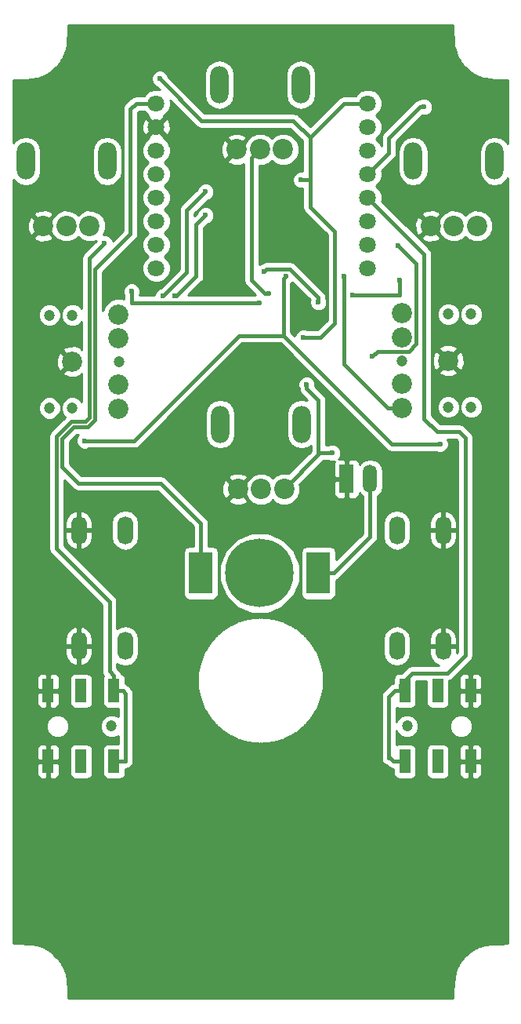
<source format=gbr>
G04 #@! TF.FileFunction,Copper,L2,Bot,Signal*
%FSLAX46Y46*%
G04 Gerber Fmt 4.6, Leading zero omitted, Abs format (unit mm)*
G04 Created by KiCad (PCBNEW 4.0.7-e0-6372~58~ubuntu16.04.1) date Fri Aug 17 11:57:39 2018*
%MOMM*%
%LPD*%
G01*
G04 APERTURE LIST*
%ADD10C,0.100000*%
%ADD11R,1.510000X3.010000*%
%ADD12O,1.510000X3.010000*%
%ADD13C,2.181860*%
%ADD14C,1.200000*%
%ADD15C,1.800000*%
%ADD16O,1.727200X3.048000*%
%ADD17C,2.200000*%
%ADD18O,2.000000X4.000000*%
%ADD19R,1.198880X2.499360*%
%ADD20R,2.500000X4.500000*%
%ADD21C,7.400000*%
%ADD22C,0.600000*%
%ADD23C,0.400000*%
%ADD24C,0.254000*%
G04 APERTURE END LIST*
D10*
D11*
X93218000Y-88900000D03*
D12*
X95758000Y-88900000D03*
D13*
X99204780Y-71038720D03*
X99204780Y-73637140D03*
X104203500Y-76136500D03*
X99204780Y-81234280D03*
X99204780Y-78635860D03*
D14*
X99187000Y-76136500D03*
X106680000Y-71120000D03*
X104203500Y-81153000D03*
X104203500Y-71120000D03*
X106680000Y-81153000D03*
D13*
X68580000Y-81338420D03*
X68580000Y-78740000D03*
X63581280Y-76240640D03*
X68580000Y-71142860D03*
X68580000Y-73741280D03*
D14*
X68597780Y-76240640D03*
X61104780Y-81257140D03*
X63581280Y-71224140D03*
X63581280Y-81257140D03*
X61104780Y-71224140D03*
D15*
X72644000Y-66167000D03*
X72644000Y-63627000D03*
X72644000Y-61087000D03*
X72644000Y-58547000D03*
X72644000Y-56007000D03*
X72644000Y-53467000D03*
X72644000Y-50927000D03*
X72644000Y-48387000D03*
X95504000Y-48387000D03*
X95504000Y-50927000D03*
X95504000Y-53467000D03*
X95504000Y-56007000D03*
X95504000Y-58547000D03*
X95504000Y-61087000D03*
X95504000Y-63627000D03*
X95504000Y-66167000D03*
D16*
X98652619Y-94434251D03*
X103652619Y-94434251D03*
X98652619Y-106934251D03*
X103652619Y-106934251D03*
X69287564Y-106925326D03*
X64287564Y-106925326D03*
X69287564Y-94425326D03*
X64287564Y-94425326D03*
D17*
X81365000Y-53355000D03*
X83865000Y-53355000D03*
X86365000Y-53355000D03*
D18*
X79465000Y-46355000D03*
X88265000Y-46355000D03*
D17*
X102320000Y-61610000D03*
X104820000Y-61610000D03*
X107320000Y-61610000D03*
D18*
X100420000Y-54610000D03*
X109220000Y-54610000D03*
D17*
X60447000Y-61610000D03*
X62947000Y-61610000D03*
X65447000Y-61610000D03*
D18*
X58547000Y-54610000D03*
X67347000Y-54610000D03*
D17*
X81465500Y-89994500D03*
X83965500Y-89994500D03*
X86465500Y-89994500D03*
D18*
X79565500Y-82994500D03*
X88365500Y-82994500D03*
D19*
X106616500Y-111760000D03*
X103060500Y-111760000D03*
X99504500Y-111760000D03*
X103060500Y-119380000D03*
X106616500Y-119380000D03*
X99504500Y-119380000D03*
D14*
X99758500Y-115570000D03*
D19*
X60960000Y-119380000D03*
X64516000Y-119380000D03*
X68072000Y-119380000D03*
X64516000Y-111760000D03*
X60960000Y-111760000D03*
X68072000Y-111760000D03*
D14*
X67818000Y-115570000D03*
D20*
X90170000Y-99060000D03*
X77470000Y-99060000D03*
D21*
X83820000Y-99060000D03*
D22*
X91694000Y-86106000D03*
X88900000Y-78740000D03*
X73025000Y-45720000D03*
X88519000Y-73660000D03*
X88265000Y-56642000D03*
X92964000Y-67056000D03*
X84328000Y-66548000D03*
X90170000Y-69850000D03*
X71120000Y-50419000D03*
X71120000Y-47244000D03*
X65913000Y-48260000D03*
X80899000Y-63500000D03*
X77978000Y-55626000D03*
X69977000Y-68640000D03*
X83820000Y-69913500D03*
X84772500Y-68897500D03*
X77978000Y-57912000D03*
X73406000Y-69153000D03*
X74676000Y-69153000D03*
X77978000Y-60452000D03*
X101600000Y-48768000D03*
X98933000Y-67460500D03*
X93853000Y-69024500D03*
X98806000Y-63754000D03*
X96012000Y-75692000D03*
X64897000Y-84772500D03*
X103314500Y-85153500D03*
X86677500Y-66992500D03*
X67056000Y-63500000D03*
D23*
X90170000Y-80434264D02*
X90170000Y-86106000D01*
X90170000Y-86106000D02*
X90170000Y-86290000D01*
X91694000Y-86106000D02*
X90170000Y-86106000D01*
X90170000Y-86290000D02*
X86465500Y-89994500D01*
X88900000Y-78740000D02*
X88900000Y-79164264D01*
X88900000Y-79164264D02*
X90170000Y-80434264D01*
X73025000Y-45720000D02*
X77551001Y-50246001D01*
X87457001Y-50246001D02*
X89281000Y-52070000D01*
X77551001Y-50246001D02*
X87457001Y-50246001D01*
X90424000Y-73660000D02*
X88519000Y-73660000D01*
X91948000Y-72136000D02*
X90424000Y-73660000D01*
X91948000Y-62230000D02*
X91948000Y-72136000D01*
X89281000Y-59563000D02*
X91948000Y-62230000D01*
X89281000Y-56642000D02*
X89281000Y-59563000D01*
X89281000Y-56642000D02*
X88265000Y-56642000D01*
X89281000Y-52070000D02*
X89281000Y-56642000D01*
X92964000Y-48387000D02*
X89281000Y-52070000D01*
X94231208Y-48387000D02*
X92964000Y-48387000D01*
X95504000Y-48387000D02*
X94231208Y-48387000D01*
X92964000Y-76536308D02*
X92964000Y-67056000D01*
X99204780Y-81234280D02*
X97661972Y-81234280D01*
X97661972Y-81234280D02*
X92964000Y-76536308D01*
X90170000Y-69342000D02*
X87122000Y-66294000D01*
X84328000Y-66548000D02*
X84583501Y-66292499D01*
X84583501Y-66292499D02*
X87120499Y-66292499D01*
X87120499Y-66292499D02*
X87122000Y-66294000D01*
X90170000Y-69850000D02*
X90170000Y-69342000D01*
X70866000Y-46990000D02*
X71120000Y-47244000D01*
X70104000Y-46990000D02*
X70866000Y-46990000D01*
X68534001Y-48559999D02*
X70104000Y-46990000D01*
X65913000Y-48260000D02*
X66212999Y-48559999D01*
X66212999Y-48559999D02*
X68534001Y-48559999D01*
X69977000Y-69913500D02*
X69977000Y-68640000D01*
X83820000Y-69913500D02*
X69977000Y-69913500D01*
X84772500Y-68897500D02*
X84348236Y-68897500D01*
X84348236Y-68897500D02*
X82938501Y-67487765D01*
X82938501Y-67487765D02*
X82938501Y-54254999D01*
X82938501Y-54254999D02*
X83838500Y-53355000D01*
X75946000Y-66613000D02*
X75946000Y-59944000D01*
X75946000Y-59944000D02*
X77978000Y-57912000D01*
X73406000Y-69153000D02*
X75946000Y-66613000D01*
X76962000Y-67027490D02*
X74836490Y-69153000D01*
X74836490Y-69153000D02*
X74676000Y-69153000D01*
X76962000Y-61468000D02*
X76962000Y-67027490D01*
X77978000Y-60452000D02*
X76962000Y-61468000D01*
X97790000Y-52153736D02*
X97790000Y-53721000D01*
X97790000Y-53721000D02*
X95504000Y-56007000D01*
X101600000Y-48768000D02*
X101175736Y-48768000D01*
X101175736Y-48768000D02*
X97790000Y-52153736D01*
X90170000Y-99060000D02*
X91820000Y-99060000D01*
X91820000Y-99060000D02*
X95758000Y-95122000D01*
X95758000Y-95122000D02*
X95758000Y-90805000D01*
X95758000Y-90805000D02*
X95758000Y-88900000D01*
X98933000Y-69024500D02*
X98933000Y-67460500D01*
X93853000Y-69024500D02*
X98933000Y-69024500D01*
X96012000Y-75692000D02*
X96575929Y-75128071D01*
X99920428Y-75128071D02*
X100695711Y-74352788D01*
X96575929Y-75128071D02*
X99920428Y-75128071D01*
X100695711Y-74352788D02*
X100695711Y-65643711D01*
X100695711Y-65643711D02*
X98806000Y-63754000D01*
X77216000Y-93472000D02*
X73152000Y-89408000D01*
X77470000Y-99060000D02*
X77470000Y-93726000D01*
X77470000Y-93726000D02*
X77216000Y-93472000D01*
X62484000Y-84582000D02*
X63754000Y-83312000D01*
X64262000Y-89408000D02*
X62484000Y-87630000D01*
X66040000Y-66294000D02*
X69850000Y-62484000D01*
X73152000Y-89408000D02*
X64262000Y-89408000D01*
X69850000Y-62484000D02*
X69850000Y-49022000D01*
X62484000Y-87630000D02*
X62484000Y-84582000D01*
X65278000Y-83312000D02*
X66040000Y-82550000D01*
X70485000Y-48387000D02*
X72644000Y-48387000D01*
X63754000Y-83312000D02*
X65278000Y-83312000D01*
X66040000Y-82550000D02*
X66040000Y-66294000D01*
X69850000Y-49022000D02*
X70485000Y-48387000D01*
X70231000Y-84772500D02*
X64897000Y-84772500D01*
X81579999Y-73423501D02*
X70231000Y-84772500D01*
X86377501Y-73423501D02*
X81579999Y-73423501D01*
X98107500Y-85153500D02*
X103314500Y-85153500D01*
X86377501Y-73423501D02*
X98107500Y-85153500D01*
X86677500Y-66992500D02*
X86377501Y-67292499D01*
X86377501Y-67292499D02*
X86377501Y-73423501D01*
X68072000Y-111760000D02*
X69071440Y-111760000D01*
X69071440Y-111760000D02*
X69342000Y-112030560D01*
X69342000Y-112030560D02*
X69342000Y-119380000D01*
X69342000Y-119380000D02*
X68072000Y-119380000D01*
X67580559Y-102124559D02*
X67580559Y-109618879D01*
X67580559Y-109618879D02*
X68072000Y-110110320D01*
X68072000Y-110110320D02*
X68072000Y-111760000D01*
X61883990Y-96427990D02*
X67580559Y-102124559D01*
X65439990Y-82301468D02*
X65029468Y-82711990D01*
X65029468Y-82711990D02*
X63505467Y-82711991D01*
X63505467Y-82711991D02*
X61883990Y-84333468D01*
X61883990Y-84333468D02*
X61883990Y-96427990D01*
X67056000Y-63500000D02*
X65439990Y-65116010D01*
X65439990Y-65116010D02*
X65439990Y-82301468D01*
X99504500Y-111760000D02*
X98425000Y-111760000D01*
X97790000Y-118999000D02*
X97917000Y-118999000D01*
X98425000Y-111760000D02*
X97790000Y-112395000D01*
X97790000Y-112395000D02*
X97790000Y-118999000D01*
X97917000Y-118999000D02*
X98298000Y-119380000D01*
X98171000Y-119253000D02*
X98298000Y-119380000D01*
X98298000Y-119380000D02*
X99504500Y-119380000D01*
X95504000Y-58547000D02*
X101600000Y-64643000D01*
X104124760Y-109855000D02*
X100314760Y-109855000D01*
X101600000Y-64643000D02*
X101600000Y-82402998D01*
X101600000Y-82402998D02*
X103017002Y-83820000D01*
X103017002Y-83820000D02*
X105410000Y-83820000D01*
X105410000Y-83820000D02*
X106045000Y-84455000D01*
X106045000Y-84455000D02*
X106045000Y-107934760D01*
X106045000Y-107934760D02*
X104124760Y-109855000D01*
X100314760Y-109855000D02*
X99060000Y-111109760D01*
X99060000Y-111109760D02*
X99060000Y-111760000D01*
D24*
G36*
X104713562Y-40790675D02*
X104715087Y-40796942D01*
X104714216Y-40803333D01*
X104751056Y-41407773D01*
X104755423Y-41424375D01*
X104753947Y-41441480D01*
X104812137Y-41967056D01*
X104819452Y-41990161D01*
X104819059Y-42014394D01*
X104902489Y-42472557D01*
X104914295Y-42502421D01*
X104916750Y-42534440D01*
X105029304Y-42936642D01*
X105047067Y-42971680D01*
X105054493Y-43010258D01*
X105200067Y-43367949D01*
X105223940Y-43404160D01*
X105237408Y-43445388D01*
X105419890Y-43770022D01*
X105447518Y-43802266D01*
X105465553Y-43840707D01*
X105688835Y-44143734D01*
X105715924Y-44168440D01*
X105734922Y-44199800D01*
X106002892Y-44492672D01*
X106027487Y-44510733D01*
X106045532Y-44535340D01*
X106366282Y-44829203D01*
X106396901Y-44847780D01*
X106420952Y-44874317D01*
X106749841Y-45118250D01*
X106787578Y-45136099D01*
X106819140Y-45163430D01*
X107165955Y-45360769D01*
X107207575Y-45374606D01*
X107244101Y-45398886D01*
X107618627Y-45552970D01*
X107659310Y-45560961D01*
X107696337Y-45579614D01*
X108108359Y-45693780D01*
X108143882Y-45696412D01*
X108177172Y-45709083D01*
X108636478Y-45786673D01*
X108664776Y-45785852D01*
X108691973Y-45793732D01*
X109208345Y-45838071D01*
X109229361Y-45835735D01*
X109249994Y-45840373D01*
X109833221Y-45854813D01*
X109841385Y-45853398D01*
X109849512Y-45855023D01*
X110611564Y-45855761D01*
X110611564Y-52754625D01*
X110376120Y-52402257D01*
X109845687Y-52047834D01*
X109220000Y-51923377D01*
X108594313Y-52047834D01*
X108063880Y-52402257D01*
X107709457Y-52932690D01*
X107585000Y-53558377D01*
X107585000Y-55661623D01*
X107709457Y-56287310D01*
X108063880Y-56817743D01*
X108594313Y-57172166D01*
X109220000Y-57296623D01*
X109845687Y-57172166D01*
X110376120Y-56817743D01*
X110611564Y-56465375D01*
X110611564Y-139035919D01*
X109845108Y-139041589D01*
X109841219Y-139042393D01*
X109837309Y-139041691D01*
X109289016Y-139051991D01*
X109276709Y-139054680D01*
X109264235Y-139052905D01*
X108804586Y-139078205D01*
X108784110Y-139083463D01*
X108763038Y-139081763D01*
X108372980Y-139127163D01*
X108343688Y-139136618D01*
X108312907Y-139136876D01*
X107973387Y-139207376D01*
X107938066Y-139222355D01*
X107899976Y-139226922D01*
X107591941Y-139327532D01*
X107557324Y-139346988D01*
X107518698Y-139356205D01*
X107223091Y-139491985D01*
X107195982Y-139511624D01*
X107164325Y-139522500D01*
X106862099Y-139698480D01*
X106844876Y-139713697D01*
X106823682Y-139722587D01*
X106495780Y-139943807D01*
X106475374Y-139964396D01*
X106449674Y-139977802D01*
X106102562Y-140256872D01*
X106079992Y-140283816D01*
X106050637Y-140303149D01*
X105896965Y-140454789D01*
X105882770Y-140475730D01*
X105862712Y-140491148D01*
X105721774Y-140652128D01*
X105708784Y-140674672D01*
X105689401Y-140692030D01*
X105560807Y-140863280D01*
X105549492Y-140886840D01*
X105531392Y-140905691D01*
X105414751Y-141088181D01*
X105405445Y-141112006D01*
X105389138Y-141131711D01*
X105284057Y-141326381D01*
X105276860Y-141349761D01*
X105262629Y-141369661D01*
X105168719Y-141577461D01*
X105161132Y-141610145D01*
X105144348Y-141639197D01*
X104988474Y-142097978D01*
X104983529Y-142135464D01*
X104968300Y-142170072D01*
X104852414Y-142692771D01*
X104851764Y-142722543D01*
X104842154Y-142750731D01*
X104763124Y-143344940D01*
X104764571Y-143367471D01*
X104758690Y-143389267D01*
X104713390Y-144062567D01*
X104714523Y-144071286D01*
X104712415Y-144079992D01*
X104676275Y-144957180D01*
X63164978Y-144957180D01*
X63123463Y-144092393D01*
X63122307Y-144087757D01*
X63122949Y-144083020D01*
X63086140Y-143486940D01*
X63082465Y-143473013D01*
X63083806Y-143458671D01*
X63031749Y-142955490D01*
X63024972Y-142933539D01*
X63025594Y-142910570D01*
X62952477Y-142482799D01*
X62940745Y-142452156D01*
X62938525Y-142419422D01*
X62838532Y-142049592D01*
X62820277Y-142012784D01*
X62812653Y-141972408D01*
X62679965Y-141643048D01*
X62656031Y-141606463D01*
X62642562Y-141564877D01*
X62471365Y-141258507D01*
X62446236Y-141229028D01*
X62430254Y-141193741D01*
X62214733Y-140892881D01*
X62193886Y-140873350D01*
X62179998Y-140848386D01*
X61914335Y-140535556D01*
X61894716Y-140520000D01*
X61880997Y-140499055D01*
X61557084Y-140169145D01*
X61527145Y-140148741D01*
X61504231Y-140120671D01*
X61174298Y-139848461D01*
X61135429Y-139827555D01*
X61103391Y-139797204D01*
X60756001Y-139578433D01*
X60711345Y-139561335D01*
X60672420Y-139533560D01*
X60296136Y-139363981D01*
X60251511Y-139353671D01*
X60211036Y-139332234D01*
X59794417Y-139207584D01*
X59755438Y-139203895D01*
X59718987Y-139189597D01*
X59250596Y-139105597D01*
X59220067Y-139106174D01*
X59190770Y-139097570D01*
X58659170Y-139049970D01*
X58637115Y-139052340D01*
X58615474Y-139047461D01*
X58009224Y-139032061D01*
X58000743Y-139033525D01*
X57992302Y-139031840D01*
X57230440Y-139031313D01*
X57230440Y-119665750D01*
X59725560Y-119665750D01*
X59725560Y-120755990D01*
X59822233Y-120989379D01*
X60000862Y-121168007D01*
X60234251Y-121264680D01*
X60674250Y-121264680D01*
X60833000Y-121105930D01*
X60833000Y-119507000D01*
X61087000Y-119507000D01*
X61087000Y-121105930D01*
X61245750Y-121264680D01*
X61685749Y-121264680D01*
X61919138Y-121168007D01*
X62097767Y-120989379D01*
X62194440Y-120755990D01*
X62194440Y-119665750D01*
X62035690Y-119507000D01*
X61087000Y-119507000D01*
X60833000Y-119507000D01*
X59884310Y-119507000D01*
X59725560Y-119665750D01*
X57230440Y-119665750D01*
X57230440Y-118004010D01*
X59725560Y-118004010D01*
X59725560Y-119094250D01*
X59884310Y-119253000D01*
X60833000Y-119253000D01*
X60833000Y-117654070D01*
X61087000Y-117654070D01*
X61087000Y-119253000D01*
X62035690Y-119253000D01*
X62194440Y-119094250D01*
X62194440Y-118130320D01*
X63269120Y-118130320D01*
X63269120Y-120629680D01*
X63313398Y-120864997D01*
X63452470Y-121081121D01*
X63664670Y-121226111D01*
X63916560Y-121277120D01*
X65115440Y-121277120D01*
X65350757Y-121232842D01*
X65566881Y-121093770D01*
X65711871Y-120881570D01*
X65762880Y-120629680D01*
X65762880Y-118130320D01*
X65718602Y-117895003D01*
X65579530Y-117678879D01*
X65367330Y-117533889D01*
X65115440Y-117482880D01*
X63916560Y-117482880D01*
X63681243Y-117527158D01*
X63465119Y-117666230D01*
X63320129Y-117878430D01*
X63269120Y-118130320D01*
X62194440Y-118130320D01*
X62194440Y-118004010D01*
X62097767Y-117770621D01*
X61919138Y-117591993D01*
X61685749Y-117495320D01*
X61245750Y-117495320D01*
X61087000Y-117654070D01*
X60833000Y-117654070D01*
X60674250Y-117495320D01*
X60234251Y-117495320D01*
X60000862Y-117591993D01*
X59822233Y-117770621D01*
X59725560Y-118004010D01*
X57230440Y-118004010D01*
X57230440Y-115814579D01*
X60740786Y-115814579D01*
X60928408Y-116268657D01*
X61275515Y-116616371D01*
X61729266Y-116804785D01*
X62220579Y-116805214D01*
X62674657Y-116617592D01*
X63022371Y-116270485D01*
X63210785Y-115816734D01*
X63211214Y-115325421D01*
X63023592Y-114871343D01*
X62676485Y-114523629D01*
X62222734Y-114335215D01*
X61731421Y-114334786D01*
X61277343Y-114522408D01*
X60929629Y-114869515D01*
X60741215Y-115323266D01*
X60740786Y-115814579D01*
X57230440Y-115814579D01*
X57230440Y-112045750D01*
X59725560Y-112045750D01*
X59725560Y-113135990D01*
X59822233Y-113369379D01*
X60000862Y-113548007D01*
X60234251Y-113644680D01*
X60674250Y-113644680D01*
X60833000Y-113485930D01*
X60833000Y-111887000D01*
X61087000Y-111887000D01*
X61087000Y-113485930D01*
X61245750Y-113644680D01*
X61685749Y-113644680D01*
X61919138Y-113548007D01*
X62097767Y-113369379D01*
X62194440Y-113135990D01*
X62194440Y-112045750D01*
X62035690Y-111887000D01*
X61087000Y-111887000D01*
X60833000Y-111887000D01*
X59884310Y-111887000D01*
X59725560Y-112045750D01*
X57230440Y-112045750D01*
X57230440Y-110384010D01*
X59725560Y-110384010D01*
X59725560Y-111474250D01*
X59884310Y-111633000D01*
X60833000Y-111633000D01*
X60833000Y-110034070D01*
X61087000Y-110034070D01*
X61087000Y-111633000D01*
X62035690Y-111633000D01*
X62194440Y-111474250D01*
X62194440Y-110510320D01*
X63269120Y-110510320D01*
X63269120Y-113009680D01*
X63313398Y-113244997D01*
X63452470Y-113461121D01*
X63664670Y-113606111D01*
X63916560Y-113657120D01*
X65115440Y-113657120D01*
X65350757Y-113612842D01*
X65566881Y-113473770D01*
X65711871Y-113261570D01*
X65762880Y-113009680D01*
X65762880Y-110510320D01*
X65718602Y-110275003D01*
X65579530Y-110058879D01*
X65367330Y-109913889D01*
X65115440Y-109862880D01*
X63916560Y-109862880D01*
X63681243Y-109907158D01*
X63465119Y-110046230D01*
X63320129Y-110258430D01*
X63269120Y-110510320D01*
X62194440Y-110510320D01*
X62194440Y-110384010D01*
X62097767Y-110150621D01*
X61919138Y-109971993D01*
X61685749Y-109875320D01*
X61245750Y-109875320D01*
X61087000Y-110034070D01*
X60833000Y-110034070D01*
X60674250Y-109875320D01*
X60234251Y-109875320D01*
X60000862Y-109971993D01*
X59822233Y-110150621D01*
X59725560Y-110384010D01*
X57230440Y-110384010D01*
X57230440Y-107052326D01*
X62788964Y-107052326D01*
X62788964Y-107712726D01*
X62951639Y-108276548D01*
X63317696Y-108735199D01*
X63831407Y-109018853D01*
X63928538Y-109040684D01*
X64160564Y-108919543D01*
X64160564Y-107052326D01*
X64414564Y-107052326D01*
X64414564Y-108919543D01*
X64646590Y-109040684D01*
X64743721Y-109018853D01*
X65257432Y-108735199D01*
X65623489Y-108276548D01*
X65786164Y-107712726D01*
X65786164Y-107052326D01*
X64414564Y-107052326D01*
X64160564Y-107052326D01*
X62788964Y-107052326D01*
X57230440Y-107052326D01*
X57230440Y-106137926D01*
X62788964Y-106137926D01*
X62788964Y-106798326D01*
X64160564Y-106798326D01*
X64160564Y-104931109D01*
X64414564Y-104931109D01*
X64414564Y-106798326D01*
X65786164Y-106798326D01*
X65786164Y-106137926D01*
X65623489Y-105574104D01*
X65257432Y-105115453D01*
X64743721Y-104831799D01*
X64646590Y-104809968D01*
X64414564Y-104931109D01*
X64160564Y-104931109D01*
X63928538Y-104809968D01*
X63831407Y-104831799D01*
X63317696Y-105115453D01*
X62951639Y-105574104D01*
X62788964Y-106137926D01*
X57230440Y-106137926D01*
X57230440Y-81501719D01*
X59869566Y-81501719D01*
X60057188Y-81955797D01*
X60404295Y-82303511D01*
X60858046Y-82491925D01*
X61349359Y-82492354D01*
X61803437Y-82304732D01*
X62151151Y-81957625D01*
X62339565Y-81503874D01*
X62339994Y-81012561D01*
X62152372Y-80558483D01*
X61805265Y-80210769D01*
X61351514Y-80022355D01*
X60860201Y-80021926D01*
X60406123Y-80209548D01*
X60058409Y-80556655D01*
X59869995Y-81010406D01*
X59869566Y-81501719D01*
X57230440Y-81501719D01*
X57230440Y-75954398D01*
X61844973Y-75954398D01*
X61867601Y-76640643D01*
X62086682Y-77169549D01*
X62362972Y-77279343D01*
X63401675Y-76240640D01*
X62362972Y-75201937D01*
X62086682Y-75311731D01*
X61844973Y-75954398D01*
X57230440Y-75954398D01*
X57230440Y-71468719D01*
X59869566Y-71468719D01*
X60057188Y-71922797D01*
X60404295Y-72270511D01*
X60858046Y-72458925D01*
X61349359Y-72459354D01*
X61803437Y-72271732D01*
X62151151Y-71924625D01*
X62339565Y-71470874D01*
X62339994Y-70979561D01*
X62152372Y-70525483D01*
X61805265Y-70177769D01*
X61351514Y-69989355D01*
X60860201Y-69988926D01*
X60406123Y-70176548D01*
X60058409Y-70523655D01*
X59869995Y-70977406D01*
X59869566Y-71468719D01*
X57230440Y-71468719D01*
X57230440Y-62834868D01*
X59401737Y-62834868D01*
X59512641Y-63112099D01*
X60158593Y-63355323D01*
X60848453Y-63332836D01*
X61381359Y-63112099D01*
X61492263Y-62834868D01*
X60447000Y-61789605D01*
X59401737Y-62834868D01*
X57230440Y-62834868D01*
X57230440Y-61321593D01*
X58701677Y-61321593D01*
X58724164Y-62011453D01*
X58944901Y-62544359D01*
X59222132Y-62655263D01*
X60267395Y-61610000D01*
X60626605Y-61610000D01*
X61381744Y-62365139D01*
X61475281Y-62591515D01*
X61962918Y-63080004D01*
X62600373Y-63344699D01*
X63290599Y-63345301D01*
X63928515Y-63081719D01*
X64197040Y-62813662D01*
X64462918Y-63080004D01*
X65100373Y-63344699D01*
X65790599Y-63345301D01*
X66173534Y-63187075D01*
X66163222Y-63211910D01*
X64849556Y-64525576D01*
X64668551Y-64796469D01*
X64604990Y-65116010D01*
X64604990Y-70501559D01*
X64281765Y-70177769D01*
X63828014Y-69989355D01*
X63336701Y-69988926D01*
X62882623Y-70176548D01*
X62534909Y-70523655D01*
X62346495Y-70977406D01*
X62346066Y-71468719D01*
X62533688Y-71922797D01*
X62880795Y-72270511D01*
X63334546Y-72458925D01*
X63825859Y-72459354D01*
X64279937Y-72271732D01*
X64604990Y-71947246D01*
X64604990Y-74984603D01*
X64510189Y-74746042D01*
X63867522Y-74504333D01*
X63181277Y-74526961D01*
X62652371Y-74746042D01*
X62542577Y-75022332D01*
X63581280Y-76061035D01*
X63595423Y-76046893D01*
X63775028Y-76226498D01*
X63760885Y-76240640D01*
X63775028Y-76254783D01*
X63595423Y-76434388D01*
X63581280Y-76420245D01*
X62542577Y-77458948D01*
X62652371Y-77735238D01*
X63295038Y-77976947D01*
X63981283Y-77954319D01*
X64510189Y-77735238D01*
X64604990Y-77496677D01*
X64604990Y-80534559D01*
X64281765Y-80210769D01*
X63828014Y-80022355D01*
X63336701Y-80021926D01*
X62882623Y-80209548D01*
X62534909Y-80556655D01*
X62346495Y-81010406D01*
X62346066Y-81501719D01*
X62533688Y-81955797D01*
X62807002Y-82229588D01*
X61293556Y-83743034D01*
X61112551Y-84013927D01*
X61048990Y-84333468D01*
X61048990Y-96427990D01*
X61112551Y-96747531D01*
X61293556Y-97018424D01*
X66745559Y-102470427D01*
X66745559Y-109618879D01*
X66809120Y-109938420D01*
X66941400Y-110136391D01*
X66950356Y-110149795D01*
X66876129Y-110258430D01*
X66825120Y-110510320D01*
X66825120Y-113009680D01*
X66869398Y-113244997D01*
X67008470Y-113461121D01*
X67220670Y-113606111D01*
X67472560Y-113657120D01*
X68507000Y-113657120D01*
X68507000Y-114518860D01*
X68064734Y-114335215D01*
X67573421Y-114334786D01*
X67119343Y-114522408D01*
X66771629Y-114869515D01*
X66583215Y-115323266D01*
X66582786Y-115814579D01*
X66770408Y-116268657D01*
X67117515Y-116616371D01*
X67571266Y-116804785D01*
X68062579Y-116805214D01*
X68507000Y-116621582D01*
X68507000Y-117482880D01*
X67472560Y-117482880D01*
X67237243Y-117527158D01*
X67021119Y-117666230D01*
X66876129Y-117878430D01*
X66825120Y-118130320D01*
X66825120Y-120629680D01*
X66869398Y-120864997D01*
X67008470Y-121081121D01*
X67220670Y-121226111D01*
X67472560Y-121277120D01*
X68671440Y-121277120D01*
X68906757Y-121232842D01*
X69122881Y-121093770D01*
X69267871Y-120881570D01*
X69318880Y-120629680D01*
X69318880Y-120215000D01*
X69342000Y-120215000D01*
X69661541Y-120151439D01*
X69932434Y-119970434D01*
X70113439Y-119699541D01*
X70177000Y-119380000D01*
X70177000Y-112030560D01*
X70171000Y-112000394D01*
X70113440Y-111711020D01*
X69932434Y-111440126D01*
X69661874Y-111169566D01*
X69600907Y-111128829D01*
X69390981Y-110988561D01*
X69318880Y-110974219D01*
X69318880Y-110615639D01*
X77097563Y-110615639D01*
X77100504Y-110632610D01*
X77097563Y-110649581D01*
X77105099Y-110953659D01*
X77108872Y-110970441D01*
X77106777Y-110987514D01*
X77129248Y-111289528D01*
X77136096Y-111314212D01*
X77134861Y-111339799D01*
X77223771Y-111935625D01*
X77235236Y-111967580D01*
X77236928Y-112001485D01*
X77383076Y-112583025D01*
X77397559Y-112613585D01*
X77402531Y-112647034D01*
X77604252Y-113210266D01*
X77621621Y-113239225D01*
X77629817Y-113271986D01*
X77885444Y-113812889D01*
X77905580Y-113840057D01*
X77916948Y-113871906D01*
X78224817Y-114386459D01*
X78247594Y-114411629D01*
X78262083Y-114442332D01*
X78620528Y-114926514D01*
X78639493Y-114943733D01*
X78652106Y-114966031D01*
X78849774Y-115195477D01*
X78863325Y-115206066D01*
X78872523Y-115220599D01*
X79082209Y-115440944D01*
X79096291Y-115450867D01*
X79106214Y-115464949D01*
X79326559Y-115674634D01*
X79341091Y-115683831D01*
X79351682Y-115697385D01*
X79581127Y-115895052D01*
X79603424Y-115907664D01*
X79620644Y-115926631D01*
X80104826Y-116285075D01*
X80135527Y-116299563D01*
X80160699Y-116322342D01*
X80675252Y-116630210D01*
X80707101Y-116641578D01*
X80734269Y-116661714D01*
X81275172Y-116917341D01*
X81307934Y-116925537D01*
X81336893Y-116942906D01*
X81900124Y-117144627D01*
X81933573Y-117149599D01*
X81964133Y-117164082D01*
X82545673Y-117310230D01*
X82579578Y-117311922D01*
X82611533Y-117323387D01*
X83207359Y-117412297D01*
X83232946Y-117411062D01*
X83257630Y-117417910D01*
X83559644Y-117440381D01*
X83576717Y-117438286D01*
X83593499Y-117442059D01*
X83897576Y-117449595D01*
X83914548Y-117446654D01*
X83931519Y-117449595D01*
X84235597Y-117442059D01*
X84252379Y-117438286D01*
X84269452Y-117440381D01*
X84571466Y-117417910D01*
X84596150Y-117411062D01*
X84621737Y-117412297D01*
X85217563Y-117323387D01*
X85249518Y-117311922D01*
X85283423Y-117310230D01*
X85864963Y-117164082D01*
X85895523Y-117149599D01*
X85928972Y-117144627D01*
X86492204Y-116942906D01*
X86521163Y-116925537D01*
X86553924Y-116917341D01*
X87094827Y-116661714D01*
X87121995Y-116641578D01*
X87153844Y-116630210D01*
X87668397Y-116322341D01*
X87693567Y-116299564D01*
X87724270Y-116285075D01*
X88208452Y-115926630D01*
X88225671Y-115907665D01*
X88247969Y-115895052D01*
X88477415Y-115697384D01*
X88488004Y-115683833D01*
X88502537Y-115674635D01*
X88722882Y-115464949D01*
X88732805Y-115450867D01*
X88746887Y-115440944D01*
X88956572Y-115220599D01*
X88965769Y-115206067D01*
X88979323Y-115195476D01*
X89176990Y-114966031D01*
X89189602Y-114943734D01*
X89208569Y-114926514D01*
X89567013Y-114442332D01*
X89581501Y-114411631D01*
X89604280Y-114386459D01*
X89912148Y-113871906D01*
X89923516Y-113840057D01*
X89943652Y-113812889D01*
X90199279Y-113271986D01*
X90207475Y-113239224D01*
X90224844Y-113210265D01*
X90426565Y-112647034D01*
X90431537Y-112613585D01*
X90446020Y-112583025D01*
X90592168Y-112001485D01*
X90593860Y-111967580D01*
X90605325Y-111935625D01*
X90694235Y-111339799D01*
X90693000Y-111314212D01*
X90699848Y-111289528D01*
X90722319Y-110987514D01*
X90720224Y-110970441D01*
X90723997Y-110953659D01*
X90731533Y-110649582D01*
X90730059Y-110641076D01*
X90731743Y-110632610D01*
X90730059Y-110624144D01*
X90731533Y-110615638D01*
X90723997Y-110311561D01*
X90720224Y-110294779D01*
X90722319Y-110277706D01*
X90699848Y-109975692D01*
X90693000Y-109951008D01*
X90694235Y-109925421D01*
X90605325Y-109329595D01*
X90593860Y-109297640D01*
X90592168Y-109263735D01*
X90446020Y-108682195D01*
X90431537Y-108651635D01*
X90426565Y-108618186D01*
X90224844Y-108054955D01*
X90207475Y-108025996D01*
X90199279Y-107993234D01*
X89943652Y-107452331D01*
X89923516Y-107425163D01*
X89912148Y-107393314D01*
X89604280Y-106878761D01*
X89581501Y-106853589D01*
X89567013Y-106822888D01*
X89208569Y-106338706D01*
X89189602Y-106321486D01*
X89176990Y-106299189D01*
X89118723Y-106231554D01*
X97154019Y-106231554D01*
X97154019Y-107636948D01*
X97268093Y-108210437D01*
X97592949Y-108696618D01*
X98079130Y-109021474D01*
X98652619Y-109135548D01*
X99226108Y-109021474D01*
X99712289Y-108696618D01*
X100037145Y-108210437D01*
X100151219Y-107636948D01*
X100151219Y-106231554D01*
X100134371Y-106146851D01*
X102154019Y-106146851D01*
X102154019Y-106807251D01*
X103525619Y-106807251D01*
X103525619Y-104940034D01*
X103779619Y-104940034D01*
X103779619Y-106807251D01*
X105151219Y-106807251D01*
X105151219Y-106146851D01*
X104988544Y-105583029D01*
X104622487Y-105124378D01*
X104108776Y-104840724D01*
X104011645Y-104818893D01*
X103779619Y-104940034D01*
X103525619Y-104940034D01*
X103293593Y-104818893D01*
X103196462Y-104840724D01*
X102682751Y-105124378D01*
X102316694Y-105583029D01*
X102154019Y-106146851D01*
X100134371Y-106146851D01*
X100037145Y-105658065D01*
X99712289Y-105171884D01*
X99226108Y-104847028D01*
X98652619Y-104732954D01*
X98079130Y-104847028D01*
X97592949Y-105171884D01*
X97268093Y-105658065D01*
X97154019Y-106231554D01*
X89118723Y-106231554D01*
X88979323Y-106069744D01*
X88965769Y-106059153D01*
X88956572Y-106044621D01*
X88746887Y-105824276D01*
X88732805Y-105814353D01*
X88722882Y-105800271D01*
X88502537Y-105590585D01*
X88488004Y-105581387D01*
X88477415Y-105567836D01*
X88247969Y-105370168D01*
X88225671Y-105357555D01*
X88208452Y-105338590D01*
X87724270Y-104980145D01*
X87693567Y-104965656D01*
X87668397Y-104942879D01*
X87153844Y-104635010D01*
X87121995Y-104623642D01*
X87094827Y-104603506D01*
X86553924Y-104347879D01*
X86521163Y-104339683D01*
X86492204Y-104322314D01*
X85928972Y-104120593D01*
X85895523Y-104115621D01*
X85864963Y-104101138D01*
X85283423Y-103954990D01*
X85249518Y-103953298D01*
X85217563Y-103941833D01*
X84621737Y-103852923D01*
X84596150Y-103854158D01*
X84571466Y-103847310D01*
X84269452Y-103824839D01*
X84252379Y-103826934D01*
X84235597Y-103823161D01*
X83931519Y-103815625D01*
X83914548Y-103818566D01*
X83897576Y-103815625D01*
X83593499Y-103823161D01*
X83576717Y-103826934D01*
X83559644Y-103824839D01*
X83257630Y-103847310D01*
X83232946Y-103854158D01*
X83207359Y-103852923D01*
X82611533Y-103941833D01*
X82579578Y-103953298D01*
X82545673Y-103954990D01*
X81964133Y-104101138D01*
X81933573Y-104115621D01*
X81900124Y-104120593D01*
X81336893Y-104322314D01*
X81307934Y-104339683D01*
X81275172Y-104347879D01*
X80734269Y-104603506D01*
X80707101Y-104623642D01*
X80675252Y-104635010D01*
X80160699Y-104942878D01*
X80135527Y-104965657D01*
X80104826Y-104980145D01*
X79620644Y-105338589D01*
X79603424Y-105357556D01*
X79581127Y-105370168D01*
X79351682Y-105567835D01*
X79341091Y-105581389D01*
X79326559Y-105590586D01*
X79106214Y-105800271D01*
X79096291Y-105814353D01*
X79082209Y-105824276D01*
X78872523Y-106044621D01*
X78863325Y-106059154D01*
X78849774Y-106069743D01*
X78652106Y-106299189D01*
X78639493Y-106321487D01*
X78620528Y-106338706D01*
X78262083Y-106822888D01*
X78247594Y-106853591D01*
X78224817Y-106878761D01*
X77916948Y-107393314D01*
X77905580Y-107425163D01*
X77885444Y-107452331D01*
X77629817Y-107993234D01*
X77621621Y-108025995D01*
X77604252Y-108054954D01*
X77402531Y-108618186D01*
X77397559Y-108651635D01*
X77383076Y-108682195D01*
X77236928Y-109263735D01*
X77235236Y-109297640D01*
X77223771Y-109329595D01*
X77134861Y-109925421D01*
X77136096Y-109951008D01*
X77129248Y-109975692D01*
X77106777Y-110277706D01*
X77108872Y-110294779D01*
X77105099Y-110311561D01*
X77097563Y-110615639D01*
X69318880Y-110615639D01*
X69318880Y-110510320D01*
X69274602Y-110275003D01*
X69135530Y-110058879D01*
X68923330Y-109913889D01*
X68865602Y-109902199D01*
X68843440Y-109790780D01*
X68662434Y-109519886D01*
X68415559Y-109273011D01*
X68415559Y-108813087D01*
X68714075Y-109012549D01*
X69287564Y-109126623D01*
X69861053Y-109012549D01*
X70347234Y-108687693D01*
X70672090Y-108201512D01*
X70786164Y-107628023D01*
X70786164Y-106222629D01*
X70672090Y-105649140D01*
X70347234Y-105162959D01*
X69861053Y-104838103D01*
X69287564Y-104724029D01*
X68714075Y-104838103D01*
X68415559Y-105037565D01*
X68415559Y-102124559D01*
X68351998Y-101805018D01*
X68170993Y-101534125D01*
X62718990Y-96082122D01*
X62718990Y-94552326D01*
X62788964Y-94552326D01*
X62788964Y-95212726D01*
X62951639Y-95776548D01*
X63317696Y-96235199D01*
X63831407Y-96518853D01*
X63928538Y-96540684D01*
X64160564Y-96419543D01*
X64160564Y-94552326D01*
X64414564Y-94552326D01*
X64414564Y-96419543D01*
X64646590Y-96540684D01*
X64743721Y-96518853D01*
X65257432Y-96235199D01*
X65623489Y-95776548D01*
X65786164Y-95212726D01*
X65786164Y-94552326D01*
X64414564Y-94552326D01*
X64160564Y-94552326D01*
X62788964Y-94552326D01*
X62718990Y-94552326D01*
X62718990Y-93637926D01*
X62788964Y-93637926D01*
X62788964Y-94298326D01*
X64160564Y-94298326D01*
X64160564Y-92431109D01*
X64414564Y-92431109D01*
X64414564Y-94298326D01*
X65786164Y-94298326D01*
X65786164Y-93722629D01*
X67788964Y-93722629D01*
X67788964Y-95128023D01*
X67903038Y-95701512D01*
X68227894Y-96187693D01*
X68714075Y-96512549D01*
X69287564Y-96626623D01*
X69861053Y-96512549D01*
X70347234Y-96187693D01*
X70672090Y-95701512D01*
X70786164Y-95128023D01*
X70786164Y-93722629D01*
X70672090Y-93149140D01*
X70347234Y-92662959D01*
X69861053Y-92338103D01*
X69287564Y-92224029D01*
X68714075Y-92338103D01*
X68227894Y-92662959D01*
X67903038Y-93149140D01*
X67788964Y-93722629D01*
X65786164Y-93722629D01*
X65786164Y-93637926D01*
X65623489Y-93074104D01*
X65257432Y-92615453D01*
X64743721Y-92331799D01*
X64646590Y-92309968D01*
X64414564Y-92431109D01*
X64160564Y-92431109D01*
X63928538Y-92309968D01*
X63831407Y-92331799D01*
X63317696Y-92615453D01*
X62951639Y-93074104D01*
X62788964Y-93637926D01*
X62718990Y-93637926D01*
X62718990Y-89045858D01*
X63671566Y-89998434D01*
X63942460Y-90179440D01*
X64262000Y-90243000D01*
X72806132Y-90243000D01*
X76635000Y-94071868D01*
X76635000Y-96162560D01*
X76220000Y-96162560D01*
X75984683Y-96206838D01*
X75768559Y-96345910D01*
X75623569Y-96558110D01*
X75572560Y-96810000D01*
X75572560Y-101310000D01*
X75616838Y-101545317D01*
X75755910Y-101761441D01*
X75968110Y-101906431D01*
X76220000Y-101957440D01*
X78720000Y-101957440D01*
X78955317Y-101913162D01*
X79171441Y-101774090D01*
X79316431Y-101561890D01*
X79367440Y-101310000D01*
X79367440Y-99918502D01*
X79484249Y-99918502D01*
X80142823Y-101512372D01*
X81361213Y-102732892D01*
X82953932Y-103394246D01*
X84678502Y-103395751D01*
X86272372Y-102737177D01*
X87492892Y-101518787D01*
X88154246Y-99926068D01*
X88155751Y-98201498D01*
X87580796Y-96810000D01*
X88272560Y-96810000D01*
X88272560Y-101310000D01*
X88316838Y-101545317D01*
X88455910Y-101761441D01*
X88668110Y-101906431D01*
X88920000Y-101957440D01*
X91420000Y-101957440D01*
X91655317Y-101913162D01*
X91871441Y-101774090D01*
X92016431Y-101561890D01*
X92067440Y-101310000D01*
X92067440Y-99845781D01*
X92139541Y-99831439D01*
X92410434Y-99650434D01*
X96348434Y-95712434D01*
X96428244Y-95592990D01*
X96529439Y-95441541D01*
X96593000Y-95122000D01*
X96593000Y-93731554D01*
X97154019Y-93731554D01*
X97154019Y-95136948D01*
X97268093Y-95710437D01*
X97592949Y-96196618D01*
X98079130Y-96521474D01*
X98652619Y-96635548D01*
X99226108Y-96521474D01*
X99712289Y-96196618D01*
X100037145Y-95710437D01*
X100151219Y-95136948D01*
X100151219Y-94561251D01*
X102154019Y-94561251D01*
X102154019Y-95221651D01*
X102316694Y-95785473D01*
X102682751Y-96244124D01*
X103196462Y-96527778D01*
X103293593Y-96549609D01*
X103525619Y-96428468D01*
X103525619Y-94561251D01*
X103779619Y-94561251D01*
X103779619Y-96428468D01*
X104011645Y-96549609D01*
X104108776Y-96527778D01*
X104622487Y-96244124D01*
X104988544Y-95785473D01*
X105151219Y-95221651D01*
X105151219Y-94561251D01*
X103779619Y-94561251D01*
X103525619Y-94561251D01*
X102154019Y-94561251D01*
X100151219Y-94561251D01*
X100151219Y-93731554D01*
X100134371Y-93646851D01*
X102154019Y-93646851D01*
X102154019Y-94307251D01*
X103525619Y-94307251D01*
X103525619Y-92440034D01*
X103779619Y-92440034D01*
X103779619Y-94307251D01*
X105151219Y-94307251D01*
X105151219Y-93646851D01*
X104988544Y-93083029D01*
X104622487Y-92624378D01*
X104108776Y-92340724D01*
X104011645Y-92318893D01*
X103779619Y-92440034D01*
X103525619Y-92440034D01*
X103293593Y-92318893D01*
X103196462Y-92340724D01*
X102682751Y-92624378D01*
X102316694Y-93083029D01*
X102154019Y-93646851D01*
X100134371Y-93646851D01*
X100037145Y-93158065D01*
X99712289Y-92671884D01*
X99226108Y-92347028D01*
X98652619Y-92232954D01*
X98079130Y-92347028D01*
X97592949Y-92671884D01*
X97268093Y-93158065D01*
X97154019Y-93731554D01*
X96593000Y-93731554D01*
X96593000Y-90773612D01*
X96740878Y-90674803D01*
X97042193Y-90223855D01*
X97148000Y-89691925D01*
X97148000Y-88108075D01*
X97042193Y-87576145D01*
X96740878Y-87125197D01*
X96289930Y-86823882D01*
X95758000Y-86718075D01*
X95226070Y-86823882D01*
X94775122Y-87125197D01*
X94608000Y-87375312D01*
X94608000Y-87268690D01*
X94511327Y-87035301D01*
X94332698Y-86856673D01*
X94099309Y-86760000D01*
X93503750Y-86760000D01*
X93345000Y-86918750D01*
X93345000Y-88773000D01*
X93365000Y-88773000D01*
X93365000Y-89027000D01*
X93345000Y-89027000D01*
X93345000Y-90881250D01*
X93503750Y-91040000D01*
X94099309Y-91040000D01*
X94332698Y-90943327D01*
X94511327Y-90764699D01*
X94608000Y-90531310D01*
X94608000Y-90424688D01*
X94775122Y-90674803D01*
X94923000Y-90773612D01*
X94923000Y-94776132D01*
X92067440Y-97631692D01*
X92067440Y-96810000D01*
X92023162Y-96574683D01*
X91884090Y-96358559D01*
X91671890Y-96213569D01*
X91420000Y-96162560D01*
X88920000Y-96162560D01*
X88684683Y-96206838D01*
X88468559Y-96345910D01*
X88323569Y-96558110D01*
X88272560Y-96810000D01*
X87580796Y-96810000D01*
X87497177Y-96607628D01*
X86278787Y-95387108D01*
X84686068Y-94725754D01*
X82961498Y-94724249D01*
X81367628Y-95382823D01*
X80147108Y-96601213D01*
X79485754Y-98193932D01*
X79484249Y-99918502D01*
X79367440Y-99918502D01*
X79367440Y-96810000D01*
X79323162Y-96574683D01*
X79184090Y-96358559D01*
X78971890Y-96213569D01*
X78720000Y-96162560D01*
X78305000Y-96162560D01*
X78305000Y-93726000D01*
X78241439Y-93406459D01*
X78060434Y-93135566D01*
X76144236Y-91219368D01*
X80420237Y-91219368D01*
X80531141Y-91496599D01*
X81177093Y-91739823D01*
X81866953Y-91717336D01*
X82399859Y-91496599D01*
X82510763Y-91219368D01*
X81465500Y-90174105D01*
X80420237Y-91219368D01*
X76144236Y-91219368D01*
X74630961Y-89706093D01*
X79720177Y-89706093D01*
X79742664Y-90395953D01*
X79963401Y-90928859D01*
X80240632Y-91039763D01*
X81285895Y-89994500D01*
X81645105Y-89994500D01*
X82400244Y-90749639D01*
X82493781Y-90976015D01*
X82981418Y-91464504D01*
X83618873Y-91729199D01*
X84309099Y-91729801D01*
X84947015Y-91466219D01*
X85215540Y-91198162D01*
X85481418Y-91464504D01*
X86118873Y-91729199D01*
X86809099Y-91729801D01*
X87447015Y-91466219D01*
X87935504Y-90978582D01*
X88200199Y-90341127D01*
X88200801Y-89650901D01*
X88139157Y-89501711D01*
X88455118Y-89185750D01*
X91828000Y-89185750D01*
X91828000Y-90531310D01*
X91924673Y-90764699D01*
X92103302Y-90943327D01*
X92336691Y-91040000D01*
X92932250Y-91040000D01*
X93091000Y-90881250D01*
X93091000Y-89027000D01*
X91986750Y-89027000D01*
X91828000Y-89185750D01*
X88455118Y-89185750D01*
X90699868Y-86941000D01*
X91266766Y-86941000D01*
X91507201Y-87040838D01*
X91879167Y-87041162D01*
X91946727Y-87013247D01*
X91924673Y-87035301D01*
X91828000Y-87268690D01*
X91828000Y-88614250D01*
X91986750Y-88773000D01*
X93091000Y-88773000D01*
X93091000Y-86918750D01*
X92932250Y-86760000D01*
X92362303Y-86760000D01*
X92486192Y-86636327D01*
X92628838Y-86292799D01*
X92629162Y-85920833D01*
X92487117Y-85577057D01*
X92224327Y-85313808D01*
X91880799Y-85171162D01*
X91508833Y-85170838D01*
X91266422Y-85271000D01*
X91005000Y-85271000D01*
X91005000Y-80434264D01*
X90941439Y-80114723D01*
X90760434Y-79843830D01*
X89834845Y-78918241D01*
X89835162Y-78554833D01*
X89693117Y-78211057D01*
X89430327Y-77947808D01*
X89086799Y-77805162D01*
X88714833Y-77804838D01*
X88371057Y-77946883D01*
X88107808Y-78209673D01*
X87965162Y-78553201D01*
X87964838Y-78925167D01*
X88066271Y-79170655D01*
X88128561Y-79483805D01*
X88256205Y-79674838D01*
X88309566Y-79754698D01*
X88986213Y-80431345D01*
X88365500Y-80307877D01*
X87739813Y-80432334D01*
X87209380Y-80786757D01*
X86854957Y-81317190D01*
X86730500Y-81942877D01*
X86730500Y-84046123D01*
X86854957Y-84671810D01*
X87209380Y-85202243D01*
X87739813Y-85556666D01*
X88365500Y-85681123D01*
X88991187Y-85556666D01*
X89335000Y-85326938D01*
X89335000Y-85944132D01*
X86958536Y-88320596D01*
X86812127Y-88259801D01*
X86121901Y-88259199D01*
X85483985Y-88522781D01*
X85215460Y-88790838D01*
X84949582Y-88524496D01*
X84312127Y-88259801D01*
X83621901Y-88259199D01*
X82983985Y-88522781D01*
X82495496Y-89010418D01*
X82400563Y-89239042D01*
X81645105Y-89994500D01*
X81285895Y-89994500D01*
X80240632Y-88949237D01*
X79963401Y-89060141D01*
X79720177Y-89706093D01*
X74630961Y-89706093D01*
X73742434Y-88817566D01*
X73675736Y-88773000D01*
X73670696Y-88769632D01*
X80420237Y-88769632D01*
X81465500Y-89814895D01*
X82510763Y-88769632D01*
X82399859Y-88492401D01*
X81753907Y-88249177D01*
X81064047Y-88271664D01*
X80531141Y-88492401D01*
X80420237Y-88769632D01*
X73670696Y-88769632D01*
X73471541Y-88636561D01*
X73152000Y-88573000D01*
X64607868Y-88573000D01*
X63319000Y-87284132D01*
X63319000Y-84927868D01*
X64099868Y-84147000D01*
X64200147Y-84147000D01*
X64104808Y-84242173D01*
X63962162Y-84585701D01*
X63961838Y-84957667D01*
X64103883Y-85301443D01*
X64366673Y-85564692D01*
X64710201Y-85707338D01*
X65082167Y-85707662D01*
X65324578Y-85607500D01*
X70231000Y-85607500D01*
X70550541Y-85543939D01*
X70821434Y-85362934D01*
X74241491Y-81942877D01*
X77930500Y-81942877D01*
X77930500Y-84046123D01*
X78054957Y-84671810D01*
X78409380Y-85202243D01*
X78939813Y-85556666D01*
X79565500Y-85681123D01*
X80191187Y-85556666D01*
X80721620Y-85202243D01*
X81076043Y-84671810D01*
X81200500Y-84046123D01*
X81200500Y-81942877D01*
X81076043Y-81317190D01*
X80721620Y-80786757D01*
X80191187Y-80432334D01*
X79565500Y-80307877D01*
X78939813Y-80432334D01*
X78409380Y-80786757D01*
X78054957Y-81317190D01*
X77930500Y-81942877D01*
X74241491Y-81942877D01*
X81925867Y-74258501D01*
X86031633Y-74258501D01*
X97517066Y-85743934D01*
X97787960Y-85924940D01*
X98107500Y-85988500D01*
X102887266Y-85988500D01*
X103127701Y-86088338D01*
X103499667Y-86088662D01*
X103843443Y-85946617D01*
X104106692Y-85683827D01*
X104249338Y-85340299D01*
X104249662Y-84968333D01*
X104120196Y-84655000D01*
X105064132Y-84655000D01*
X105210000Y-84800868D01*
X105210000Y-107588892D01*
X105151219Y-107647673D01*
X105151219Y-107061251D01*
X103779619Y-107061251D01*
X103779619Y-107081251D01*
X103525619Y-107081251D01*
X103525619Y-107061251D01*
X102154019Y-107061251D01*
X102154019Y-107721651D01*
X102316694Y-108285473D01*
X102682751Y-108744124D01*
X103182376Y-109020000D01*
X100314760Y-109020000D01*
X99995220Y-109083560D01*
X99724326Y-109264566D01*
X99126012Y-109862880D01*
X98905060Y-109862880D01*
X98669743Y-109907158D01*
X98453619Y-110046230D01*
X98308629Y-110258430D01*
X98257620Y-110510320D01*
X98257620Y-110945769D01*
X98255026Y-110958810D01*
X98105460Y-110988560D01*
X97834566Y-111169566D01*
X97199566Y-111804566D01*
X97018561Y-112075459D01*
X96955000Y-112395000D01*
X96955000Y-118999000D01*
X97018561Y-119318541D01*
X97199566Y-119589434D01*
X97470459Y-119770439D01*
X97516786Y-119779654D01*
X97707566Y-119970434D01*
X97978459Y-120151439D01*
X98257620Y-120206968D01*
X98257620Y-120629680D01*
X98301898Y-120864997D01*
X98440970Y-121081121D01*
X98653170Y-121226111D01*
X98905060Y-121277120D01*
X100103940Y-121277120D01*
X100339257Y-121232842D01*
X100555381Y-121093770D01*
X100700371Y-120881570D01*
X100751380Y-120629680D01*
X100751380Y-118130320D01*
X101813620Y-118130320D01*
X101813620Y-120629680D01*
X101857898Y-120864997D01*
X101996970Y-121081121D01*
X102209170Y-121226111D01*
X102461060Y-121277120D01*
X103659940Y-121277120D01*
X103895257Y-121232842D01*
X104111381Y-121093770D01*
X104256371Y-120881570D01*
X104307380Y-120629680D01*
X104307380Y-119665750D01*
X105382060Y-119665750D01*
X105382060Y-120755990D01*
X105478733Y-120989379D01*
X105657362Y-121168007D01*
X105890751Y-121264680D01*
X106330750Y-121264680D01*
X106489500Y-121105930D01*
X106489500Y-119507000D01*
X106743500Y-119507000D01*
X106743500Y-121105930D01*
X106902250Y-121264680D01*
X107342249Y-121264680D01*
X107575638Y-121168007D01*
X107754267Y-120989379D01*
X107850940Y-120755990D01*
X107850940Y-119665750D01*
X107692190Y-119507000D01*
X106743500Y-119507000D01*
X106489500Y-119507000D01*
X105540810Y-119507000D01*
X105382060Y-119665750D01*
X104307380Y-119665750D01*
X104307380Y-118130320D01*
X104283614Y-118004010D01*
X105382060Y-118004010D01*
X105382060Y-119094250D01*
X105540810Y-119253000D01*
X106489500Y-119253000D01*
X106489500Y-117654070D01*
X106743500Y-117654070D01*
X106743500Y-119253000D01*
X107692190Y-119253000D01*
X107850940Y-119094250D01*
X107850940Y-118004010D01*
X107754267Y-117770621D01*
X107575638Y-117591993D01*
X107342249Y-117495320D01*
X106902250Y-117495320D01*
X106743500Y-117654070D01*
X106489500Y-117654070D01*
X106330750Y-117495320D01*
X105890751Y-117495320D01*
X105657362Y-117591993D01*
X105478733Y-117770621D01*
X105382060Y-118004010D01*
X104283614Y-118004010D01*
X104263102Y-117895003D01*
X104124030Y-117678879D01*
X103911830Y-117533889D01*
X103659940Y-117482880D01*
X102461060Y-117482880D01*
X102225743Y-117527158D01*
X102009619Y-117666230D01*
X101864629Y-117878430D01*
X101813620Y-118130320D01*
X100751380Y-118130320D01*
X100707102Y-117895003D01*
X100568030Y-117678879D01*
X100355830Y-117533889D01*
X100103940Y-117482880D01*
X98905060Y-117482880D01*
X98669743Y-117527158D01*
X98625000Y-117555949D01*
X98625000Y-116060745D01*
X98710908Y-116268657D01*
X99058015Y-116616371D01*
X99511766Y-116804785D01*
X100003079Y-116805214D01*
X100457157Y-116617592D01*
X100804871Y-116270485D01*
X100993285Y-115816734D01*
X100993286Y-115814579D01*
X104365286Y-115814579D01*
X104552908Y-116268657D01*
X104900015Y-116616371D01*
X105353766Y-116804785D01*
X105845079Y-116805214D01*
X106299157Y-116617592D01*
X106646871Y-116270485D01*
X106835285Y-115816734D01*
X106835714Y-115325421D01*
X106648092Y-114871343D01*
X106300985Y-114523629D01*
X105847234Y-114335215D01*
X105355921Y-114334786D01*
X104901843Y-114522408D01*
X104554129Y-114869515D01*
X104365715Y-115323266D01*
X104365286Y-115814579D01*
X100993286Y-115814579D01*
X100993714Y-115325421D01*
X100806092Y-114871343D01*
X100458985Y-114523629D01*
X100005234Y-114335215D01*
X99513921Y-114334786D01*
X99059843Y-114522408D01*
X98712129Y-114869515D01*
X98625000Y-115079345D01*
X98625000Y-113586863D01*
X98653170Y-113606111D01*
X98905060Y-113657120D01*
X100103940Y-113657120D01*
X100339257Y-113612842D01*
X100555381Y-113473770D01*
X100700371Y-113261570D01*
X100751380Y-113009680D01*
X100751380Y-110690000D01*
X101813620Y-110690000D01*
X101813620Y-113009680D01*
X101857898Y-113244997D01*
X101996970Y-113461121D01*
X102209170Y-113606111D01*
X102461060Y-113657120D01*
X103659940Y-113657120D01*
X103895257Y-113612842D01*
X104111381Y-113473770D01*
X104256371Y-113261570D01*
X104307380Y-113009680D01*
X104307380Y-112045750D01*
X105382060Y-112045750D01*
X105382060Y-113135990D01*
X105478733Y-113369379D01*
X105657362Y-113548007D01*
X105890751Y-113644680D01*
X106330750Y-113644680D01*
X106489500Y-113485930D01*
X106489500Y-111887000D01*
X106743500Y-111887000D01*
X106743500Y-113485930D01*
X106902250Y-113644680D01*
X107342249Y-113644680D01*
X107575638Y-113548007D01*
X107754267Y-113369379D01*
X107850940Y-113135990D01*
X107850940Y-112045750D01*
X107692190Y-111887000D01*
X106743500Y-111887000D01*
X106489500Y-111887000D01*
X105540810Y-111887000D01*
X105382060Y-112045750D01*
X104307380Y-112045750D01*
X104307380Y-110653674D01*
X104444301Y-110626439D01*
X104715194Y-110445434D01*
X104776618Y-110384010D01*
X105382060Y-110384010D01*
X105382060Y-111474250D01*
X105540810Y-111633000D01*
X106489500Y-111633000D01*
X106489500Y-110034070D01*
X106743500Y-110034070D01*
X106743500Y-111633000D01*
X107692190Y-111633000D01*
X107850940Y-111474250D01*
X107850940Y-110384010D01*
X107754267Y-110150621D01*
X107575638Y-109971993D01*
X107342249Y-109875320D01*
X106902250Y-109875320D01*
X106743500Y-110034070D01*
X106489500Y-110034070D01*
X106330750Y-109875320D01*
X105890751Y-109875320D01*
X105657362Y-109971993D01*
X105478733Y-110150621D01*
X105382060Y-110384010D01*
X104776618Y-110384010D01*
X106635434Y-108525194D01*
X106712832Y-108409360D01*
X106816439Y-108254301D01*
X106880000Y-107934760D01*
X106880000Y-84455000D01*
X106871135Y-84410434D01*
X106816440Y-84135460D01*
X106635434Y-83864566D01*
X106000434Y-83229566D01*
X105729541Y-83048561D01*
X105410000Y-82985000D01*
X103362870Y-82985000D01*
X102435000Y-82057130D01*
X102435000Y-81397579D01*
X102968286Y-81397579D01*
X103155908Y-81851657D01*
X103503015Y-82199371D01*
X103956766Y-82387785D01*
X104448079Y-82388214D01*
X104902157Y-82200592D01*
X105249871Y-81853485D01*
X105438285Y-81399734D01*
X105438286Y-81397579D01*
X105444786Y-81397579D01*
X105632408Y-81851657D01*
X105979515Y-82199371D01*
X106433266Y-82387785D01*
X106924579Y-82388214D01*
X107378657Y-82200592D01*
X107726371Y-81853485D01*
X107914785Y-81399734D01*
X107915214Y-80908421D01*
X107727592Y-80454343D01*
X107380485Y-80106629D01*
X106926734Y-79918215D01*
X106435421Y-79917786D01*
X105981343Y-80105408D01*
X105633629Y-80452515D01*
X105445215Y-80906266D01*
X105444786Y-81397579D01*
X105438286Y-81397579D01*
X105438714Y-80908421D01*
X105251092Y-80454343D01*
X104903985Y-80106629D01*
X104450234Y-79918215D01*
X103958921Y-79917786D01*
X103504843Y-80105408D01*
X103157129Y-80452515D01*
X102968715Y-80906266D01*
X102968286Y-81397579D01*
X102435000Y-81397579D01*
X102435000Y-77354808D01*
X103164797Y-77354808D01*
X103274591Y-77631098D01*
X103917258Y-77872807D01*
X104603503Y-77850179D01*
X105132409Y-77631098D01*
X105242203Y-77354808D01*
X104203500Y-76316105D01*
X103164797Y-77354808D01*
X102435000Y-77354808D01*
X102435000Y-75850258D01*
X102467193Y-75850258D01*
X102489821Y-76536503D01*
X102708902Y-77065409D01*
X102985192Y-77175203D01*
X104023895Y-76136500D01*
X104383105Y-76136500D01*
X105421808Y-77175203D01*
X105698098Y-77065409D01*
X105939807Y-76422742D01*
X105917179Y-75736497D01*
X105698098Y-75207591D01*
X105421808Y-75097797D01*
X104383105Y-76136500D01*
X104023895Y-76136500D01*
X102985192Y-75097797D01*
X102708902Y-75207591D01*
X102467193Y-75850258D01*
X102435000Y-75850258D01*
X102435000Y-74918192D01*
X103164797Y-74918192D01*
X104203500Y-75956895D01*
X105242203Y-74918192D01*
X105132409Y-74641902D01*
X104489742Y-74400193D01*
X103803497Y-74422821D01*
X103274591Y-74641902D01*
X103164797Y-74918192D01*
X102435000Y-74918192D01*
X102435000Y-71364579D01*
X102968286Y-71364579D01*
X103155908Y-71818657D01*
X103503015Y-72166371D01*
X103956766Y-72354785D01*
X104448079Y-72355214D01*
X104902157Y-72167592D01*
X105249871Y-71820485D01*
X105438285Y-71366734D01*
X105438286Y-71364579D01*
X105444786Y-71364579D01*
X105632408Y-71818657D01*
X105979515Y-72166371D01*
X106433266Y-72354785D01*
X106924579Y-72355214D01*
X107378657Y-72167592D01*
X107726371Y-71820485D01*
X107914785Y-71366734D01*
X107915214Y-70875421D01*
X107727592Y-70421343D01*
X107380485Y-70073629D01*
X106926734Y-69885215D01*
X106435421Y-69884786D01*
X105981343Y-70072408D01*
X105633629Y-70419515D01*
X105445215Y-70873266D01*
X105444786Y-71364579D01*
X105438286Y-71364579D01*
X105438714Y-70875421D01*
X105251092Y-70421343D01*
X104903985Y-70073629D01*
X104450234Y-69885215D01*
X103958921Y-69884786D01*
X103504843Y-70072408D01*
X103157129Y-70419515D01*
X102968715Y-70873266D01*
X102968286Y-71364579D01*
X102435000Y-71364579D01*
X102435000Y-64643000D01*
X102371439Y-64323459D01*
X102190434Y-64052566D01*
X100972736Y-62834868D01*
X101274737Y-62834868D01*
X101385641Y-63112099D01*
X102031593Y-63355323D01*
X102721453Y-63332836D01*
X103254359Y-63112099D01*
X103365263Y-62834868D01*
X102320000Y-61789605D01*
X101274737Y-62834868D01*
X100972736Y-62834868D01*
X99459461Y-61321593D01*
X100574677Y-61321593D01*
X100597164Y-62011453D01*
X100817901Y-62544359D01*
X101095132Y-62655263D01*
X102140395Y-61610000D01*
X102499605Y-61610000D01*
X103254744Y-62365139D01*
X103348281Y-62591515D01*
X103835918Y-63080004D01*
X104473373Y-63344699D01*
X105163599Y-63345301D01*
X105801515Y-63081719D01*
X106070040Y-62813662D01*
X106335918Y-63080004D01*
X106973373Y-63344699D01*
X107663599Y-63345301D01*
X108301515Y-63081719D01*
X108790004Y-62594082D01*
X109054699Y-61956627D01*
X109055301Y-61266401D01*
X108791719Y-60628485D01*
X108304082Y-60139996D01*
X107666627Y-59875301D01*
X106976401Y-59874699D01*
X106338485Y-60138281D01*
X106069960Y-60406338D01*
X105804082Y-60139996D01*
X105166627Y-59875301D01*
X104476401Y-59874699D01*
X103838485Y-60138281D01*
X103349996Y-60625918D01*
X103255063Y-60854542D01*
X102499605Y-61610000D01*
X102140395Y-61610000D01*
X101095132Y-60564737D01*
X100817901Y-60675641D01*
X100574677Y-61321593D01*
X99459461Y-61321593D01*
X98523000Y-60385132D01*
X101274737Y-60385132D01*
X102320000Y-61430395D01*
X103365263Y-60385132D01*
X103254359Y-60107901D01*
X102608407Y-59864677D01*
X101918547Y-59887164D01*
X101385641Y-60107901D01*
X101274737Y-60385132D01*
X98523000Y-60385132D01*
X97024886Y-58887018D01*
X97038733Y-58853670D01*
X97039265Y-58243009D01*
X96806068Y-57678629D01*
X96404818Y-57276677D01*
X96804551Y-56877643D01*
X97038733Y-56313670D01*
X97039265Y-55703009D01*
X97024527Y-55667341D01*
X98380434Y-54311434D01*
X98418143Y-54254999D01*
X98561439Y-54040541D01*
X98625000Y-53721000D01*
X98625000Y-53558377D01*
X98785000Y-53558377D01*
X98785000Y-55661623D01*
X98909457Y-56287310D01*
X99263880Y-56817743D01*
X99794313Y-57172166D01*
X100420000Y-57296623D01*
X101045687Y-57172166D01*
X101576120Y-56817743D01*
X101930543Y-56287310D01*
X102055000Y-55661623D01*
X102055000Y-53558377D01*
X101930543Y-52932690D01*
X101576120Y-52402257D01*
X101045687Y-52047834D01*
X100420000Y-51923377D01*
X99794313Y-52047834D01*
X99263880Y-52402257D01*
X98909457Y-52932690D01*
X98785000Y-53558377D01*
X98625000Y-53558377D01*
X98625000Y-52499604D01*
X101421759Y-49702845D01*
X101785167Y-49703162D01*
X102128943Y-49561117D01*
X102392192Y-49298327D01*
X102534838Y-48954799D01*
X102535162Y-48582833D01*
X102393117Y-48239057D01*
X102130327Y-47975808D01*
X101786799Y-47833162D01*
X101414833Y-47832838D01*
X101169345Y-47934271D01*
X100856196Y-47996560D01*
X100585302Y-48177566D01*
X97199566Y-51563302D01*
X97018561Y-51834195D01*
X96955000Y-52153736D01*
X96955000Y-52959072D01*
X96806068Y-52598629D01*
X96404818Y-52196677D01*
X96804551Y-51797643D01*
X97038733Y-51233670D01*
X97039265Y-50623009D01*
X96806068Y-50058629D01*
X96404818Y-49656677D01*
X96804551Y-49257643D01*
X97038733Y-48693670D01*
X97039265Y-48083009D01*
X96806068Y-47518629D01*
X96374643Y-47086449D01*
X95810670Y-46852267D01*
X95200009Y-46851735D01*
X94635629Y-47084932D01*
X94203449Y-47516357D01*
X94188649Y-47552000D01*
X92964000Y-47552000D01*
X92644460Y-47615560D01*
X92373566Y-47796566D01*
X89281000Y-50889132D01*
X88047435Y-49655567D01*
X88003857Y-49626449D01*
X87776542Y-49474562D01*
X87457001Y-49411001D01*
X77896869Y-49411001D01*
X73917535Y-45431667D01*
X73864527Y-45303377D01*
X77830000Y-45303377D01*
X77830000Y-47406623D01*
X77954457Y-48032310D01*
X78308880Y-48562743D01*
X78839313Y-48917166D01*
X79465000Y-49041623D01*
X80090687Y-48917166D01*
X80621120Y-48562743D01*
X80975543Y-48032310D01*
X81100000Y-47406623D01*
X81100000Y-45303377D01*
X86630000Y-45303377D01*
X86630000Y-47406623D01*
X86754457Y-48032310D01*
X87108880Y-48562743D01*
X87639313Y-48917166D01*
X88265000Y-49041623D01*
X88890687Y-48917166D01*
X89421120Y-48562743D01*
X89775543Y-48032310D01*
X89900000Y-47406623D01*
X89900000Y-45303377D01*
X89775543Y-44677690D01*
X89421120Y-44147257D01*
X88890687Y-43792834D01*
X88265000Y-43668377D01*
X87639313Y-43792834D01*
X87108880Y-44147257D01*
X86754457Y-44677690D01*
X86630000Y-45303377D01*
X81100000Y-45303377D01*
X80975543Y-44677690D01*
X80621120Y-44147257D01*
X80090687Y-43792834D01*
X79465000Y-43668377D01*
X78839313Y-43792834D01*
X78308880Y-44147257D01*
X77954457Y-44677690D01*
X77830000Y-45303377D01*
X73864527Y-45303377D01*
X73818117Y-45191057D01*
X73555327Y-44927808D01*
X73211799Y-44785162D01*
X72839833Y-44784838D01*
X72496057Y-44926883D01*
X72232808Y-45189673D01*
X72090162Y-45533201D01*
X72089838Y-45905167D01*
X72231883Y-46248943D01*
X72494673Y-46512192D01*
X72736910Y-46612778D01*
X72994669Y-46870537D01*
X72950670Y-46852267D01*
X72340009Y-46851735D01*
X71775629Y-47084932D01*
X71343449Y-47516357D01*
X71328649Y-47552000D01*
X70485000Y-47552000D01*
X70165460Y-47615560D01*
X69894566Y-47796566D01*
X69259566Y-48431566D01*
X69078561Y-48702459D01*
X69015000Y-49022000D01*
X69015000Y-62138132D01*
X67946468Y-63206664D01*
X67849117Y-62971057D01*
X67586327Y-62707808D01*
X67242799Y-62565162D01*
X66929126Y-62564889D01*
X67181699Y-61956627D01*
X67182301Y-61266401D01*
X66918719Y-60628485D01*
X66431082Y-60139996D01*
X65793627Y-59875301D01*
X65103401Y-59874699D01*
X64465485Y-60138281D01*
X64196960Y-60406338D01*
X63931082Y-60139996D01*
X63293627Y-59875301D01*
X62603401Y-59874699D01*
X61965485Y-60138281D01*
X61476996Y-60625918D01*
X61382063Y-60854542D01*
X60626605Y-61610000D01*
X60267395Y-61610000D01*
X59222132Y-60564737D01*
X58944901Y-60675641D01*
X58701677Y-61321593D01*
X57230440Y-61321593D01*
X57230440Y-60385132D01*
X59401737Y-60385132D01*
X60447000Y-61430395D01*
X61492263Y-60385132D01*
X61381359Y-60107901D01*
X60735407Y-59864677D01*
X60045547Y-59887164D01*
X59512641Y-60107901D01*
X59401737Y-60385132D01*
X57230440Y-60385132D01*
X57230440Y-56577627D01*
X57390880Y-56817743D01*
X57921313Y-57172166D01*
X58547000Y-57296623D01*
X59172687Y-57172166D01*
X59703120Y-56817743D01*
X60057543Y-56287310D01*
X60182000Y-55661623D01*
X60182000Y-53558377D01*
X65712000Y-53558377D01*
X65712000Y-55661623D01*
X65836457Y-56287310D01*
X66190880Y-56817743D01*
X66721313Y-57172166D01*
X67347000Y-57296623D01*
X67972687Y-57172166D01*
X68503120Y-56817743D01*
X68857543Y-56287310D01*
X68982000Y-55661623D01*
X68982000Y-53558377D01*
X68857543Y-52932690D01*
X68503120Y-52402257D01*
X67972687Y-52047834D01*
X67347000Y-51923377D01*
X66721313Y-52047834D01*
X66190880Y-52402257D01*
X65836457Y-52932690D01*
X65712000Y-53558377D01*
X60182000Y-53558377D01*
X60057543Y-52932690D01*
X59703120Y-52402257D01*
X59172687Y-52047834D01*
X58547000Y-51923377D01*
X57921313Y-52047834D01*
X57390880Y-52402257D01*
X57230440Y-52642373D01*
X57230440Y-45855736D01*
X57992492Y-45854998D01*
X58000681Y-45853361D01*
X58008908Y-45854785D01*
X58592281Y-45840235D01*
X58612986Y-45835577D01*
X58634082Y-45837913D01*
X59150797Y-45793333D01*
X59177978Y-45785446D01*
X59206266Y-45786256D01*
X59665542Y-45708496D01*
X59698847Y-45695805D01*
X59734391Y-45693156D01*
X60145450Y-45579065D01*
X60182690Y-45560285D01*
X60223604Y-45552199D01*
X60595662Y-45398627D01*
X60632737Y-45373921D01*
X60674971Y-45359730D01*
X61017251Y-45163525D01*
X61049639Y-45135298D01*
X61088349Y-45116669D01*
X61410070Y-44874680D01*
X61435002Y-44846796D01*
X61466758Y-44827032D01*
X61777141Y-44536108D01*
X61794150Y-44512353D01*
X61817568Y-44494880D01*
X62093864Y-44188264D01*
X62110817Y-44159793D01*
X62135357Y-44137533D01*
X62363735Y-43829329D01*
X62381088Y-43792600D01*
X62407767Y-43761966D01*
X62592901Y-43438744D01*
X62606669Y-43397721D01*
X62630788Y-43361794D01*
X62777347Y-43010126D01*
X62785257Y-42970803D01*
X62803607Y-42935136D01*
X62916264Y-42541594D01*
X62918974Y-42508803D01*
X62931182Y-42478249D01*
X63014607Y-42029403D01*
X63014299Y-42004937D01*
X63021753Y-41981635D01*
X63080618Y-41464056D01*
X63079223Y-41447307D01*
X63083563Y-41431073D01*
X63122538Y-40831334D01*
X63121737Y-40825275D01*
X63123212Y-40819343D01*
X63165379Y-39929716D01*
X104677062Y-39929716D01*
X104713562Y-40790675D01*
X104713562Y-40790675D01*
G37*
X104713562Y-40790675D02*
X104715087Y-40796942D01*
X104714216Y-40803333D01*
X104751056Y-41407773D01*
X104755423Y-41424375D01*
X104753947Y-41441480D01*
X104812137Y-41967056D01*
X104819452Y-41990161D01*
X104819059Y-42014394D01*
X104902489Y-42472557D01*
X104914295Y-42502421D01*
X104916750Y-42534440D01*
X105029304Y-42936642D01*
X105047067Y-42971680D01*
X105054493Y-43010258D01*
X105200067Y-43367949D01*
X105223940Y-43404160D01*
X105237408Y-43445388D01*
X105419890Y-43770022D01*
X105447518Y-43802266D01*
X105465553Y-43840707D01*
X105688835Y-44143734D01*
X105715924Y-44168440D01*
X105734922Y-44199800D01*
X106002892Y-44492672D01*
X106027487Y-44510733D01*
X106045532Y-44535340D01*
X106366282Y-44829203D01*
X106396901Y-44847780D01*
X106420952Y-44874317D01*
X106749841Y-45118250D01*
X106787578Y-45136099D01*
X106819140Y-45163430D01*
X107165955Y-45360769D01*
X107207575Y-45374606D01*
X107244101Y-45398886D01*
X107618627Y-45552970D01*
X107659310Y-45560961D01*
X107696337Y-45579614D01*
X108108359Y-45693780D01*
X108143882Y-45696412D01*
X108177172Y-45709083D01*
X108636478Y-45786673D01*
X108664776Y-45785852D01*
X108691973Y-45793732D01*
X109208345Y-45838071D01*
X109229361Y-45835735D01*
X109249994Y-45840373D01*
X109833221Y-45854813D01*
X109841385Y-45853398D01*
X109849512Y-45855023D01*
X110611564Y-45855761D01*
X110611564Y-52754625D01*
X110376120Y-52402257D01*
X109845687Y-52047834D01*
X109220000Y-51923377D01*
X108594313Y-52047834D01*
X108063880Y-52402257D01*
X107709457Y-52932690D01*
X107585000Y-53558377D01*
X107585000Y-55661623D01*
X107709457Y-56287310D01*
X108063880Y-56817743D01*
X108594313Y-57172166D01*
X109220000Y-57296623D01*
X109845687Y-57172166D01*
X110376120Y-56817743D01*
X110611564Y-56465375D01*
X110611564Y-139035919D01*
X109845108Y-139041589D01*
X109841219Y-139042393D01*
X109837309Y-139041691D01*
X109289016Y-139051991D01*
X109276709Y-139054680D01*
X109264235Y-139052905D01*
X108804586Y-139078205D01*
X108784110Y-139083463D01*
X108763038Y-139081763D01*
X108372980Y-139127163D01*
X108343688Y-139136618D01*
X108312907Y-139136876D01*
X107973387Y-139207376D01*
X107938066Y-139222355D01*
X107899976Y-139226922D01*
X107591941Y-139327532D01*
X107557324Y-139346988D01*
X107518698Y-139356205D01*
X107223091Y-139491985D01*
X107195982Y-139511624D01*
X107164325Y-139522500D01*
X106862099Y-139698480D01*
X106844876Y-139713697D01*
X106823682Y-139722587D01*
X106495780Y-139943807D01*
X106475374Y-139964396D01*
X106449674Y-139977802D01*
X106102562Y-140256872D01*
X106079992Y-140283816D01*
X106050637Y-140303149D01*
X105896965Y-140454789D01*
X105882770Y-140475730D01*
X105862712Y-140491148D01*
X105721774Y-140652128D01*
X105708784Y-140674672D01*
X105689401Y-140692030D01*
X105560807Y-140863280D01*
X105549492Y-140886840D01*
X105531392Y-140905691D01*
X105414751Y-141088181D01*
X105405445Y-141112006D01*
X105389138Y-141131711D01*
X105284057Y-141326381D01*
X105276860Y-141349761D01*
X105262629Y-141369661D01*
X105168719Y-141577461D01*
X105161132Y-141610145D01*
X105144348Y-141639197D01*
X104988474Y-142097978D01*
X104983529Y-142135464D01*
X104968300Y-142170072D01*
X104852414Y-142692771D01*
X104851764Y-142722543D01*
X104842154Y-142750731D01*
X104763124Y-143344940D01*
X104764571Y-143367471D01*
X104758690Y-143389267D01*
X104713390Y-144062567D01*
X104714523Y-144071286D01*
X104712415Y-144079992D01*
X104676275Y-144957180D01*
X63164978Y-144957180D01*
X63123463Y-144092393D01*
X63122307Y-144087757D01*
X63122949Y-144083020D01*
X63086140Y-143486940D01*
X63082465Y-143473013D01*
X63083806Y-143458671D01*
X63031749Y-142955490D01*
X63024972Y-142933539D01*
X63025594Y-142910570D01*
X62952477Y-142482799D01*
X62940745Y-142452156D01*
X62938525Y-142419422D01*
X62838532Y-142049592D01*
X62820277Y-142012784D01*
X62812653Y-141972408D01*
X62679965Y-141643048D01*
X62656031Y-141606463D01*
X62642562Y-141564877D01*
X62471365Y-141258507D01*
X62446236Y-141229028D01*
X62430254Y-141193741D01*
X62214733Y-140892881D01*
X62193886Y-140873350D01*
X62179998Y-140848386D01*
X61914335Y-140535556D01*
X61894716Y-140520000D01*
X61880997Y-140499055D01*
X61557084Y-140169145D01*
X61527145Y-140148741D01*
X61504231Y-140120671D01*
X61174298Y-139848461D01*
X61135429Y-139827555D01*
X61103391Y-139797204D01*
X60756001Y-139578433D01*
X60711345Y-139561335D01*
X60672420Y-139533560D01*
X60296136Y-139363981D01*
X60251511Y-139353671D01*
X60211036Y-139332234D01*
X59794417Y-139207584D01*
X59755438Y-139203895D01*
X59718987Y-139189597D01*
X59250596Y-139105597D01*
X59220067Y-139106174D01*
X59190770Y-139097570D01*
X58659170Y-139049970D01*
X58637115Y-139052340D01*
X58615474Y-139047461D01*
X58009224Y-139032061D01*
X58000743Y-139033525D01*
X57992302Y-139031840D01*
X57230440Y-139031313D01*
X57230440Y-119665750D01*
X59725560Y-119665750D01*
X59725560Y-120755990D01*
X59822233Y-120989379D01*
X60000862Y-121168007D01*
X60234251Y-121264680D01*
X60674250Y-121264680D01*
X60833000Y-121105930D01*
X60833000Y-119507000D01*
X61087000Y-119507000D01*
X61087000Y-121105930D01*
X61245750Y-121264680D01*
X61685749Y-121264680D01*
X61919138Y-121168007D01*
X62097767Y-120989379D01*
X62194440Y-120755990D01*
X62194440Y-119665750D01*
X62035690Y-119507000D01*
X61087000Y-119507000D01*
X60833000Y-119507000D01*
X59884310Y-119507000D01*
X59725560Y-119665750D01*
X57230440Y-119665750D01*
X57230440Y-118004010D01*
X59725560Y-118004010D01*
X59725560Y-119094250D01*
X59884310Y-119253000D01*
X60833000Y-119253000D01*
X60833000Y-117654070D01*
X61087000Y-117654070D01*
X61087000Y-119253000D01*
X62035690Y-119253000D01*
X62194440Y-119094250D01*
X62194440Y-118130320D01*
X63269120Y-118130320D01*
X63269120Y-120629680D01*
X63313398Y-120864997D01*
X63452470Y-121081121D01*
X63664670Y-121226111D01*
X63916560Y-121277120D01*
X65115440Y-121277120D01*
X65350757Y-121232842D01*
X65566881Y-121093770D01*
X65711871Y-120881570D01*
X65762880Y-120629680D01*
X65762880Y-118130320D01*
X65718602Y-117895003D01*
X65579530Y-117678879D01*
X65367330Y-117533889D01*
X65115440Y-117482880D01*
X63916560Y-117482880D01*
X63681243Y-117527158D01*
X63465119Y-117666230D01*
X63320129Y-117878430D01*
X63269120Y-118130320D01*
X62194440Y-118130320D01*
X62194440Y-118004010D01*
X62097767Y-117770621D01*
X61919138Y-117591993D01*
X61685749Y-117495320D01*
X61245750Y-117495320D01*
X61087000Y-117654070D01*
X60833000Y-117654070D01*
X60674250Y-117495320D01*
X60234251Y-117495320D01*
X60000862Y-117591993D01*
X59822233Y-117770621D01*
X59725560Y-118004010D01*
X57230440Y-118004010D01*
X57230440Y-115814579D01*
X60740786Y-115814579D01*
X60928408Y-116268657D01*
X61275515Y-116616371D01*
X61729266Y-116804785D01*
X62220579Y-116805214D01*
X62674657Y-116617592D01*
X63022371Y-116270485D01*
X63210785Y-115816734D01*
X63211214Y-115325421D01*
X63023592Y-114871343D01*
X62676485Y-114523629D01*
X62222734Y-114335215D01*
X61731421Y-114334786D01*
X61277343Y-114522408D01*
X60929629Y-114869515D01*
X60741215Y-115323266D01*
X60740786Y-115814579D01*
X57230440Y-115814579D01*
X57230440Y-112045750D01*
X59725560Y-112045750D01*
X59725560Y-113135990D01*
X59822233Y-113369379D01*
X60000862Y-113548007D01*
X60234251Y-113644680D01*
X60674250Y-113644680D01*
X60833000Y-113485930D01*
X60833000Y-111887000D01*
X61087000Y-111887000D01*
X61087000Y-113485930D01*
X61245750Y-113644680D01*
X61685749Y-113644680D01*
X61919138Y-113548007D01*
X62097767Y-113369379D01*
X62194440Y-113135990D01*
X62194440Y-112045750D01*
X62035690Y-111887000D01*
X61087000Y-111887000D01*
X60833000Y-111887000D01*
X59884310Y-111887000D01*
X59725560Y-112045750D01*
X57230440Y-112045750D01*
X57230440Y-110384010D01*
X59725560Y-110384010D01*
X59725560Y-111474250D01*
X59884310Y-111633000D01*
X60833000Y-111633000D01*
X60833000Y-110034070D01*
X61087000Y-110034070D01*
X61087000Y-111633000D01*
X62035690Y-111633000D01*
X62194440Y-111474250D01*
X62194440Y-110510320D01*
X63269120Y-110510320D01*
X63269120Y-113009680D01*
X63313398Y-113244997D01*
X63452470Y-113461121D01*
X63664670Y-113606111D01*
X63916560Y-113657120D01*
X65115440Y-113657120D01*
X65350757Y-113612842D01*
X65566881Y-113473770D01*
X65711871Y-113261570D01*
X65762880Y-113009680D01*
X65762880Y-110510320D01*
X65718602Y-110275003D01*
X65579530Y-110058879D01*
X65367330Y-109913889D01*
X65115440Y-109862880D01*
X63916560Y-109862880D01*
X63681243Y-109907158D01*
X63465119Y-110046230D01*
X63320129Y-110258430D01*
X63269120Y-110510320D01*
X62194440Y-110510320D01*
X62194440Y-110384010D01*
X62097767Y-110150621D01*
X61919138Y-109971993D01*
X61685749Y-109875320D01*
X61245750Y-109875320D01*
X61087000Y-110034070D01*
X60833000Y-110034070D01*
X60674250Y-109875320D01*
X60234251Y-109875320D01*
X60000862Y-109971993D01*
X59822233Y-110150621D01*
X59725560Y-110384010D01*
X57230440Y-110384010D01*
X57230440Y-107052326D01*
X62788964Y-107052326D01*
X62788964Y-107712726D01*
X62951639Y-108276548D01*
X63317696Y-108735199D01*
X63831407Y-109018853D01*
X63928538Y-109040684D01*
X64160564Y-108919543D01*
X64160564Y-107052326D01*
X64414564Y-107052326D01*
X64414564Y-108919543D01*
X64646590Y-109040684D01*
X64743721Y-109018853D01*
X65257432Y-108735199D01*
X65623489Y-108276548D01*
X65786164Y-107712726D01*
X65786164Y-107052326D01*
X64414564Y-107052326D01*
X64160564Y-107052326D01*
X62788964Y-107052326D01*
X57230440Y-107052326D01*
X57230440Y-106137926D01*
X62788964Y-106137926D01*
X62788964Y-106798326D01*
X64160564Y-106798326D01*
X64160564Y-104931109D01*
X64414564Y-104931109D01*
X64414564Y-106798326D01*
X65786164Y-106798326D01*
X65786164Y-106137926D01*
X65623489Y-105574104D01*
X65257432Y-105115453D01*
X64743721Y-104831799D01*
X64646590Y-104809968D01*
X64414564Y-104931109D01*
X64160564Y-104931109D01*
X63928538Y-104809968D01*
X63831407Y-104831799D01*
X63317696Y-105115453D01*
X62951639Y-105574104D01*
X62788964Y-106137926D01*
X57230440Y-106137926D01*
X57230440Y-81501719D01*
X59869566Y-81501719D01*
X60057188Y-81955797D01*
X60404295Y-82303511D01*
X60858046Y-82491925D01*
X61349359Y-82492354D01*
X61803437Y-82304732D01*
X62151151Y-81957625D01*
X62339565Y-81503874D01*
X62339994Y-81012561D01*
X62152372Y-80558483D01*
X61805265Y-80210769D01*
X61351514Y-80022355D01*
X60860201Y-80021926D01*
X60406123Y-80209548D01*
X60058409Y-80556655D01*
X59869995Y-81010406D01*
X59869566Y-81501719D01*
X57230440Y-81501719D01*
X57230440Y-75954398D01*
X61844973Y-75954398D01*
X61867601Y-76640643D01*
X62086682Y-77169549D01*
X62362972Y-77279343D01*
X63401675Y-76240640D01*
X62362972Y-75201937D01*
X62086682Y-75311731D01*
X61844973Y-75954398D01*
X57230440Y-75954398D01*
X57230440Y-71468719D01*
X59869566Y-71468719D01*
X60057188Y-71922797D01*
X60404295Y-72270511D01*
X60858046Y-72458925D01*
X61349359Y-72459354D01*
X61803437Y-72271732D01*
X62151151Y-71924625D01*
X62339565Y-71470874D01*
X62339994Y-70979561D01*
X62152372Y-70525483D01*
X61805265Y-70177769D01*
X61351514Y-69989355D01*
X60860201Y-69988926D01*
X60406123Y-70176548D01*
X60058409Y-70523655D01*
X59869995Y-70977406D01*
X59869566Y-71468719D01*
X57230440Y-71468719D01*
X57230440Y-62834868D01*
X59401737Y-62834868D01*
X59512641Y-63112099D01*
X60158593Y-63355323D01*
X60848453Y-63332836D01*
X61381359Y-63112099D01*
X61492263Y-62834868D01*
X60447000Y-61789605D01*
X59401737Y-62834868D01*
X57230440Y-62834868D01*
X57230440Y-61321593D01*
X58701677Y-61321593D01*
X58724164Y-62011453D01*
X58944901Y-62544359D01*
X59222132Y-62655263D01*
X60267395Y-61610000D01*
X60626605Y-61610000D01*
X61381744Y-62365139D01*
X61475281Y-62591515D01*
X61962918Y-63080004D01*
X62600373Y-63344699D01*
X63290599Y-63345301D01*
X63928515Y-63081719D01*
X64197040Y-62813662D01*
X64462918Y-63080004D01*
X65100373Y-63344699D01*
X65790599Y-63345301D01*
X66173534Y-63187075D01*
X66163222Y-63211910D01*
X64849556Y-64525576D01*
X64668551Y-64796469D01*
X64604990Y-65116010D01*
X64604990Y-70501559D01*
X64281765Y-70177769D01*
X63828014Y-69989355D01*
X63336701Y-69988926D01*
X62882623Y-70176548D01*
X62534909Y-70523655D01*
X62346495Y-70977406D01*
X62346066Y-71468719D01*
X62533688Y-71922797D01*
X62880795Y-72270511D01*
X63334546Y-72458925D01*
X63825859Y-72459354D01*
X64279937Y-72271732D01*
X64604990Y-71947246D01*
X64604990Y-74984603D01*
X64510189Y-74746042D01*
X63867522Y-74504333D01*
X63181277Y-74526961D01*
X62652371Y-74746042D01*
X62542577Y-75022332D01*
X63581280Y-76061035D01*
X63595423Y-76046893D01*
X63775028Y-76226498D01*
X63760885Y-76240640D01*
X63775028Y-76254783D01*
X63595423Y-76434388D01*
X63581280Y-76420245D01*
X62542577Y-77458948D01*
X62652371Y-77735238D01*
X63295038Y-77976947D01*
X63981283Y-77954319D01*
X64510189Y-77735238D01*
X64604990Y-77496677D01*
X64604990Y-80534559D01*
X64281765Y-80210769D01*
X63828014Y-80022355D01*
X63336701Y-80021926D01*
X62882623Y-80209548D01*
X62534909Y-80556655D01*
X62346495Y-81010406D01*
X62346066Y-81501719D01*
X62533688Y-81955797D01*
X62807002Y-82229588D01*
X61293556Y-83743034D01*
X61112551Y-84013927D01*
X61048990Y-84333468D01*
X61048990Y-96427990D01*
X61112551Y-96747531D01*
X61293556Y-97018424D01*
X66745559Y-102470427D01*
X66745559Y-109618879D01*
X66809120Y-109938420D01*
X66941400Y-110136391D01*
X66950356Y-110149795D01*
X66876129Y-110258430D01*
X66825120Y-110510320D01*
X66825120Y-113009680D01*
X66869398Y-113244997D01*
X67008470Y-113461121D01*
X67220670Y-113606111D01*
X67472560Y-113657120D01*
X68507000Y-113657120D01*
X68507000Y-114518860D01*
X68064734Y-114335215D01*
X67573421Y-114334786D01*
X67119343Y-114522408D01*
X66771629Y-114869515D01*
X66583215Y-115323266D01*
X66582786Y-115814579D01*
X66770408Y-116268657D01*
X67117515Y-116616371D01*
X67571266Y-116804785D01*
X68062579Y-116805214D01*
X68507000Y-116621582D01*
X68507000Y-117482880D01*
X67472560Y-117482880D01*
X67237243Y-117527158D01*
X67021119Y-117666230D01*
X66876129Y-117878430D01*
X66825120Y-118130320D01*
X66825120Y-120629680D01*
X66869398Y-120864997D01*
X67008470Y-121081121D01*
X67220670Y-121226111D01*
X67472560Y-121277120D01*
X68671440Y-121277120D01*
X68906757Y-121232842D01*
X69122881Y-121093770D01*
X69267871Y-120881570D01*
X69318880Y-120629680D01*
X69318880Y-120215000D01*
X69342000Y-120215000D01*
X69661541Y-120151439D01*
X69932434Y-119970434D01*
X70113439Y-119699541D01*
X70177000Y-119380000D01*
X70177000Y-112030560D01*
X70171000Y-112000394D01*
X70113440Y-111711020D01*
X69932434Y-111440126D01*
X69661874Y-111169566D01*
X69600907Y-111128829D01*
X69390981Y-110988561D01*
X69318880Y-110974219D01*
X69318880Y-110615639D01*
X77097563Y-110615639D01*
X77100504Y-110632610D01*
X77097563Y-110649581D01*
X77105099Y-110953659D01*
X77108872Y-110970441D01*
X77106777Y-110987514D01*
X77129248Y-111289528D01*
X77136096Y-111314212D01*
X77134861Y-111339799D01*
X77223771Y-111935625D01*
X77235236Y-111967580D01*
X77236928Y-112001485D01*
X77383076Y-112583025D01*
X77397559Y-112613585D01*
X77402531Y-112647034D01*
X77604252Y-113210266D01*
X77621621Y-113239225D01*
X77629817Y-113271986D01*
X77885444Y-113812889D01*
X77905580Y-113840057D01*
X77916948Y-113871906D01*
X78224817Y-114386459D01*
X78247594Y-114411629D01*
X78262083Y-114442332D01*
X78620528Y-114926514D01*
X78639493Y-114943733D01*
X78652106Y-114966031D01*
X78849774Y-115195477D01*
X78863325Y-115206066D01*
X78872523Y-115220599D01*
X79082209Y-115440944D01*
X79096291Y-115450867D01*
X79106214Y-115464949D01*
X79326559Y-115674634D01*
X79341091Y-115683831D01*
X79351682Y-115697385D01*
X79581127Y-115895052D01*
X79603424Y-115907664D01*
X79620644Y-115926631D01*
X80104826Y-116285075D01*
X80135527Y-116299563D01*
X80160699Y-116322342D01*
X80675252Y-116630210D01*
X80707101Y-116641578D01*
X80734269Y-116661714D01*
X81275172Y-116917341D01*
X81307934Y-116925537D01*
X81336893Y-116942906D01*
X81900124Y-117144627D01*
X81933573Y-117149599D01*
X81964133Y-117164082D01*
X82545673Y-117310230D01*
X82579578Y-117311922D01*
X82611533Y-117323387D01*
X83207359Y-117412297D01*
X83232946Y-117411062D01*
X83257630Y-117417910D01*
X83559644Y-117440381D01*
X83576717Y-117438286D01*
X83593499Y-117442059D01*
X83897576Y-117449595D01*
X83914548Y-117446654D01*
X83931519Y-117449595D01*
X84235597Y-117442059D01*
X84252379Y-117438286D01*
X84269452Y-117440381D01*
X84571466Y-117417910D01*
X84596150Y-117411062D01*
X84621737Y-117412297D01*
X85217563Y-117323387D01*
X85249518Y-117311922D01*
X85283423Y-117310230D01*
X85864963Y-117164082D01*
X85895523Y-117149599D01*
X85928972Y-117144627D01*
X86492204Y-116942906D01*
X86521163Y-116925537D01*
X86553924Y-116917341D01*
X87094827Y-116661714D01*
X87121995Y-116641578D01*
X87153844Y-116630210D01*
X87668397Y-116322341D01*
X87693567Y-116299564D01*
X87724270Y-116285075D01*
X88208452Y-115926630D01*
X88225671Y-115907665D01*
X88247969Y-115895052D01*
X88477415Y-115697384D01*
X88488004Y-115683833D01*
X88502537Y-115674635D01*
X88722882Y-115464949D01*
X88732805Y-115450867D01*
X88746887Y-115440944D01*
X88956572Y-115220599D01*
X88965769Y-115206067D01*
X88979323Y-115195476D01*
X89176990Y-114966031D01*
X89189602Y-114943734D01*
X89208569Y-114926514D01*
X89567013Y-114442332D01*
X89581501Y-114411631D01*
X89604280Y-114386459D01*
X89912148Y-113871906D01*
X89923516Y-113840057D01*
X89943652Y-113812889D01*
X90199279Y-113271986D01*
X90207475Y-113239224D01*
X90224844Y-113210265D01*
X90426565Y-112647034D01*
X90431537Y-112613585D01*
X90446020Y-112583025D01*
X90592168Y-112001485D01*
X90593860Y-111967580D01*
X90605325Y-111935625D01*
X90694235Y-111339799D01*
X90693000Y-111314212D01*
X90699848Y-111289528D01*
X90722319Y-110987514D01*
X90720224Y-110970441D01*
X90723997Y-110953659D01*
X90731533Y-110649582D01*
X90730059Y-110641076D01*
X90731743Y-110632610D01*
X90730059Y-110624144D01*
X90731533Y-110615638D01*
X90723997Y-110311561D01*
X90720224Y-110294779D01*
X90722319Y-110277706D01*
X90699848Y-109975692D01*
X90693000Y-109951008D01*
X90694235Y-109925421D01*
X90605325Y-109329595D01*
X90593860Y-109297640D01*
X90592168Y-109263735D01*
X90446020Y-108682195D01*
X90431537Y-108651635D01*
X90426565Y-108618186D01*
X90224844Y-108054955D01*
X90207475Y-108025996D01*
X90199279Y-107993234D01*
X89943652Y-107452331D01*
X89923516Y-107425163D01*
X89912148Y-107393314D01*
X89604280Y-106878761D01*
X89581501Y-106853589D01*
X89567013Y-106822888D01*
X89208569Y-106338706D01*
X89189602Y-106321486D01*
X89176990Y-106299189D01*
X89118723Y-106231554D01*
X97154019Y-106231554D01*
X97154019Y-107636948D01*
X97268093Y-108210437D01*
X97592949Y-108696618D01*
X98079130Y-109021474D01*
X98652619Y-109135548D01*
X99226108Y-109021474D01*
X99712289Y-108696618D01*
X100037145Y-108210437D01*
X100151219Y-107636948D01*
X100151219Y-106231554D01*
X100134371Y-106146851D01*
X102154019Y-106146851D01*
X102154019Y-106807251D01*
X103525619Y-106807251D01*
X103525619Y-104940034D01*
X103779619Y-104940034D01*
X103779619Y-106807251D01*
X105151219Y-106807251D01*
X105151219Y-106146851D01*
X104988544Y-105583029D01*
X104622487Y-105124378D01*
X104108776Y-104840724D01*
X104011645Y-104818893D01*
X103779619Y-104940034D01*
X103525619Y-104940034D01*
X103293593Y-104818893D01*
X103196462Y-104840724D01*
X102682751Y-105124378D01*
X102316694Y-105583029D01*
X102154019Y-106146851D01*
X100134371Y-106146851D01*
X100037145Y-105658065D01*
X99712289Y-105171884D01*
X99226108Y-104847028D01*
X98652619Y-104732954D01*
X98079130Y-104847028D01*
X97592949Y-105171884D01*
X97268093Y-105658065D01*
X97154019Y-106231554D01*
X89118723Y-106231554D01*
X88979323Y-106069744D01*
X88965769Y-106059153D01*
X88956572Y-106044621D01*
X88746887Y-105824276D01*
X88732805Y-105814353D01*
X88722882Y-105800271D01*
X88502537Y-105590585D01*
X88488004Y-105581387D01*
X88477415Y-105567836D01*
X88247969Y-105370168D01*
X88225671Y-105357555D01*
X88208452Y-105338590D01*
X87724270Y-104980145D01*
X87693567Y-104965656D01*
X87668397Y-104942879D01*
X87153844Y-104635010D01*
X87121995Y-104623642D01*
X87094827Y-104603506D01*
X86553924Y-104347879D01*
X86521163Y-104339683D01*
X86492204Y-104322314D01*
X85928972Y-104120593D01*
X85895523Y-104115621D01*
X85864963Y-104101138D01*
X85283423Y-103954990D01*
X85249518Y-103953298D01*
X85217563Y-103941833D01*
X84621737Y-103852923D01*
X84596150Y-103854158D01*
X84571466Y-103847310D01*
X84269452Y-103824839D01*
X84252379Y-103826934D01*
X84235597Y-103823161D01*
X83931519Y-103815625D01*
X83914548Y-103818566D01*
X83897576Y-103815625D01*
X83593499Y-103823161D01*
X83576717Y-103826934D01*
X83559644Y-103824839D01*
X83257630Y-103847310D01*
X83232946Y-103854158D01*
X83207359Y-103852923D01*
X82611533Y-103941833D01*
X82579578Y-103953298D01*
X82545673Y-103954990D01*
X81964133Y-104101138D01*
X81933573Y-104115621D01*
X81900124Y-104120593D01*
X81336893Y-104322314D01*
X81307934Y-104339683D01*
X81275172Y-104347879D01*
X80734269Y-104603506D01*
X80707101Y-104623642D01*
X80675252Y-104635010D01*
X80160699Y-104942878D01*
X80135527Y-104965657D01*
X80104826Y-104980145D01*
X79620644Y-105338589D01*
X79603424Y-105357556D01*
X79581127Y-105370168D01*
X79351682Y-105567835D01*
X79341091Y-105581389D01*
X79326559Y-105590586D01*
X79106214Y-105800271D01*
X79096291Y-105814353D01*
X79082209Y-105824276D01*
X78872523Y-106044621D01*
X78863325Y-106059154D01*
X78849774Y-106069743D01*
X78652106Y-106299189D01*
X78639493Y-106321487D01*
X78620528Y-106338706D01*
X78262083Y-106822888D01*
X78247594Y-106853591D01*
X78224817Y-106878761D01*
X77916948Y-107393314D01*
X77905580Y-107425163D01*
X77885444Y-107452331D01*
X77629817Y-107993234D01*
X77621621Y-108025995D01*
X77604252Y-108054954D01*
X77402531Y-108618186D01*
X77397559Y-108651635D01*
X77383076Y-108682195D01*
X77236928Y-109263735D01*
X77235236Y-109297640D01*
X77223771Y-109329595D01*
X77134861Y-109925421D01*
X77136096Y-109951008D01*
X77129248Y-109975692D01*
X77106777Y-110277706D01*
X77108872Y-110294779D01*
X77105099Y-110311561D01*
X77097563Y-110615639D01*
X69318880Y-110615639D01*
X69318880Y-110510320D01*
X69274602Y-110275003D01*
X69135530Y-110058879D01*
X68923330Y-109913889D01*
X68865602Y-109902199D01*
X68843440Y-109790780D01*
X68662434Y-109519886D01*
X68415559Y-109273011D01*
X68415559Y-108813087D01*
X68714075Y-109012549D01*
X69287564Y-109126623D01*
X69861053Y-109012549D01*
X70347234Y-108687693D01*
X70672090Y-108201512D01*
X70786164Y-107628023D01*
X70786164Y-106222629D01*
X70672090Y-105649140D01*
X70347234Y-105162959D01*
X69861053Y-104838103D01*
X69287564Y-104724029D01*
X68714075Y-104838103D01*
X68415559Y-105037565D01*
X68415559Y-102124559D01*
X68351998Y-101805018D01*
X68170993Y-101534125D01*
X62718990Y-96082122D01*
X62718990Y-94552326D01*
X62788964Y-94552326D01*
X62788964Y-95212726D01*
X62951639Y-95776548D01*
X63317696Y-96235199D01*
X63831407Y-96518853D01*
X63928538Y-96540684D01*
X64160564Y-96419543D01*
X64160564Y-94552326D01*
X64414564Y-94552326D01*
X64414564Y-96419543D01*
X64646590Y-96540684D01*
X64743721Y-96518853D01*
X65257432Y-96235199D01*
X65623489Y-95776548D01*
X65786164Y-95212726D01*
X65786164Y-94552326D01*
X64414564Y-94552326D01*
X64160564Y-94552326D01*
X62788964Y-94552326D01*
X62718990Y-94552326D01*
X62718990Y-93637926D01*
X62788964Y-93637926D01*
X62788964Y-94298326D01*
X64160564Y-94298326D01*
X64160564Y-92431109D01*
X64414564Y-92431109D01*
X64414564Y-94298326D01*
X65786164Y-94298326D01*
X65786164Y-93722629D01*
X67788964Y-93722629D01*
X67788964Y-95128023D01*
X67903038Y-95701512D01*
X68227894Y-96187693D01*
X68714075Y-96512549D01*
X69287564Y-96626623D01*
X69861053Y-96512549D01*
X70347234Y-96187693D01*
X70672090Y-95701512D01*
X70786164Y-95128023D01*
X70786164Y-93722629D01*
X70672090Y-93149140D01*
X70347234Y-92662959D01*
X69861053Y-92338103D01*
X69287564Y-92224029D01*
X68714075Y-92338103D01*
X68227894Y-92662959D01*
X67903038Y-93149140D01*
X67788964Y-93722629D01*
X65786164Y-93722629D01*
X65786164Y-93637926D01*
X65623489Y-93074104D01*
X65257432Y-92615453D01*
X64743721Y-92331799D01*
X64646590Y-92309968D01*
X64414564Y-92431109D01*
X64160564Y-92431109D01*
X63928538Y-92309968D01*
X63831407Y-92331799D01*
X63317696Y-92615453D01*
X62951639Y-93074104D01*
X62788964Y-93637926D01*
X62718990Y-93637926D01*
X62718990Y-89045858D01*
X63671566Y-89998434D01*
X63942460Y-90179440D01*
X64262000Y-90243000D01*
X72806132Y-90243000D01*
X76635000Y-94071868D01*
X76635000Y-96162560D01*
X76220000Y-96162560D01*
X75984683Y-96206838D01*
X75768559Y-96345910D01*
X75623569Y-96558110D01*
X75572560Y-96810000D01*
X75572560Y-101310000D01*
X75616838Y-101545317D01*
X75755910Y-101761441D01*
X75968110Y-101906431D01*
X76220000Y-101957440D01*
X78720000Y-101957440D01*
X78955317Y-101913162D01*
X79171441Y-101774090D01*
X79316431Y-101561890D01*
X79367440Y-101310000D01*
X79367440Y-99918502D01*
X79484249Y-99918502D01*
X80142823Y-101512372D01*
X81361213Y-102732892D01*
X82953932Y-103394246D01*
X84678502Y-103395751D01*
X86272372Y-102737177D01*
X87492892Y-101518787D01*
X88154246Y-99926068D01*
X88155751Y-98201498D01*
X87580796Y-96810000D01*
X88272560Y-96810000D01*
X88272560Y-101310000D01*
X88316838Y-101545317D01*
X88455910Y-101761441D01*
X88668110Y-101906431D01*
X88920000Y-101957440D01*
X91420000Y-101957440D01*
X91655317Y-101913162D01*
X91871441Y-101774090D01*
X92016431Y-101561890D01*
X92067440Y-101310000D01*
X92067440Y-99845781D01*
X92139541Y-99831439D01*
X92410434Y-99650434D01*
X96348434Y-95712434D01*
X96428244Y-95592990D01*
X96529439Y-95441541D01*
X96593000Y-95122000D01*
X96593000Y-93731554D01*
X97154019Y-93731554D01*
X97154019Y-95136948D01*
X97268093Y-95710437D01*
X97592949Y-96196618D01*
X98079130Y-96521474D01*
X98652619Y-96635548D01*
X99226108Y-96521474D01*
X99712289Y-96196618D01*
X100037145Y-95710437D01*
X100151219Y-95136948D01*
X100151219Y-94561251D01*
X102154019Y-94561251D01*
X102154019Y-95221651D01*
X102316694Y-95785473D01*
X102682751Y-96244124D01*
X103196462Y-96527778D01*
X103293593Y-96549609D01*
X103525619Y-96428468D01*
X103525619Y-94561251D01*
X103779619Y-94561251D01*
X103779619Y-96428468D01*
X104011645Y-96549609D01*
X104108776Y-96527778D01*
X104622487Y-96244124D01*
X104988544Y-95785473D01*
X105151219Y-95221651D01*
X105151219Y-94561251D01*
X103779619Y-94561251D01*
X103525619Y-94561251D01*
X102154019Y-94561251D01*
X100151219Y-94561251D01*
X100151219Y-93731554D01*
X100134371Y-93646851D01*
X102154019Y-93646851D01*
X102154019Y-94307251D01*
X103525619Y-94307251D01*
X103525619Y-92440034D01*
X103779619Y-92440034D01*
X103779619Y-94307251D01*
X105151219Y-94307251D01*
X105151219Y-93646851D01*
X104988544Y-93083029D01*
X104622487Y-92624378D01*
X104108776Y-92340724D01*
X104011645Y-92318893D01*
X103779619Y-92440034D01*
X103525619Y-92440034D01*
X103293593Y-92318893D01*
X103196462Y-92340724D01*
X102682751Y-92624378D01*
X102316694Y-93083029D01*
X102154019Y-93646851D01*
X100134371Y-93646851D01*
X100037145Y-93158065D01*
X99712289Y-92671884D01*
X99226108Y-92347028D01*
X98652619Y-92232954D01*
X98079130Y-92347028D01*
X97592949Y-92671884D01*
X97268093Y-93158065D01*
X97154019Y-93731554D01*
X96593000Y-93731554D01*
X96593000Y-90773612D01*
X96740878Y-90674803D01*
X97042193Y-90223855D01*
X97148000Y-89691925D01*
X97148000Y-88108075D01*
X97042193Y-87576145D01*
X96740878Y-87125197D01*
X96289930Y-86823882D01*
X95758000Y-86718075D01*
X95226070Y-86823882D01*
X94775122Y-87125197D01*
X94608000Y-87375312D01*
X94608000Y-87268690D01*
X94511327Y-87035301D01*
X94332698Y-86856673D01*
X94099309Y-86760000D01*
X93503750Y-86760000D01*
X93345000Y-86918750D01*
X93345000Y-88773000D01*
X93365000Y-88773000D01*
X93365000Y-89027000D01*
X93345000Y-89027000D01*
X93345000Y-90881250D01*
X93503750Y-91040000D01*
X94099309Y-91040000D01*
X94332698Y-90943327D01*
X94511327Y-90764699D01*
X94608000Y-90531310D01*
X94608000Y-90424688D01*
X94775122Y-90674803D01*
X94923000Y-90773612D01*
X94923000Y-94776132D01*
X92067440Y-97631692D01*
X92067440Y-96810000D01*
X92023162Y-96574683D01*
X91884090Y-96358559D01*
X91671890Y-96213569D01*
X91420000Y-96162560D01*
X88920000Y-96162560D01*
X88684683Y-96206838D01*
X88468559Y-96345910D01*
X88323569Y-96558110D01*
X88272560Y-96810000D01*
X87580796Y-96810000D01*
X87497177Y-96607628D01*
X86278787Y-95387108D01*
X84686068Y-94725754D01*
X82961498Y-94724249D01*
X81367628Y-95382823D01*
X80147108Y-96601213D01*
X79485754Y-98193932D01*
X79484249Y-99918502D01*
X79367440Y-99918502D01*
X79367440Y-96810000D01*
X79323162Y-96574683D01*
X79184090Y-96358559D01*
X78971890Y-96213569D01*
X78720000Y-96162560D01*
X78305000Y-96162560D01*
X78305000Y-93726000D01*
X78241439Y-93406459D01*
X78060434Y-93135566D01*
X76144236Y-91219368D01*
X80420237Y-91219368D01*
X80531141Y-91496599D01*
X81177093Y-91739823D01*
X81866953Y-91717336D01*
X82399859Y-91496599D01*
X82510763Y-91219368D01*
X81465500Y-90174105D01*
X80420237Y-91219368D01*
X76144236Y-91219368D01*
X74630961Y-89706093D01*
X79720177Y-89706093D01*
X79742664Y-90395953D01*
X79963401Y-90928859D01*
X80240632Y-91039763D01*
X81285895Y-89994500D01*
X81645105Y-89994500D01*
X82400244Y-90749639D01*
X82493781Y-90976015D01*
X82981418Y-91464504D01*
X83618873Y-91729199D01*
X84309099Y-91729801D01*
X84947015Y-91466219D01*
X85215540Y-91198162D01*
X85481418Y-91464504D01*
X86118873Y-91729199D01*
X86809099Y-91729801D01*
X87447015Y-91466219D01*
X87935504Y-90978582D01*
X88200199Y-90341127D01*
X88200801Y-89650901D01*
X88139157Y-89501711D01*
X88455118Y-89185750D01*
X91828000Y-89185750D01*
X91828000Y-90531310D01*
X91924673Y-90764699D01*
X92103302Y-90943327D01*
X92336691Y-91040000D01*
X92932250Y-91040000D01*
X93091000Y-90881250D01*
X93091000Y-89027000D01*
X91986750Y-89027000D01*
X91828000Y-89185750D01*
X88455118Y-89185750D01*
X90699868Y-86941000D01*
X91266766Y-86941000D01*
X91507201Y-87040838D01*
X91879167Y-87041162D01*
X91946727Y-87013247D01*
X91924673Y-87035301D01*
X91828000Y-87268690D01*
X91828000Y-88614250D01*
X91986750Y-88773000D01*
X93091000Y-88773000D01*
X93091000Y-86918750D01*
X92932250Y-86760000D01*
X92362303Y-86760000D01*
X92486192Y-86636327D01*
X92628838Y-86292799D01*
X92629162Y-85920833D01*
X92487117Y-85577057D01*
X92224327Y-85313808D01*
X91880799Y-85171162D01*
X91508833Y-85170838D01*
X91266422Y-85271000D01*
X91005000Y-85271000D01*
X91005000Y-80434264D01*
X90941439Y-80114723D01*
X90760434Y-79843830D01*
X89834845Y-78918241D01*
X89835162Y-78554833D01*
X89693117Y-78211057D01*
X89430327Y-77947808D01*
X89086799Y-77805162D01*
X88714833Y-77804838D01*
X88371057Y-77946883D01*
X88107808Y-78209673D01*
X87965162Y-78553201D01*
X87964838Y-78925167D01*
X88066271Y-79170655D01*
X88128561Y-79483805D01*
X88256205Y-79674838D01*
X88309566Y-79754698D01*
X88986213Y-80431345D01*
X88365500Y-80307877D01*
X87739813Y-80432334D01*
X87209380Y-80786757D01*
X86854957Y-81317190D01*
X86730500Y-81942877D01*
X86730500Y-84046123D01*
X86854957Y-84671810D01*
X87209380Y-85202243D01*
X87739813Y-85556666D01*
X88365500Y-85681123D01*
X88991187Y-85556666D01*
X89335000Y-85326938D01*
X89335000Y-85944132D01*
X86958536Y-88320596D01*
X86812127Y-88259801D01*
X86121901Y-88259199D01*
X85483985Y-88522781D01*
X85215460Y-88790838D01*
X84949582Y-88524496D01*
X84312127Y-88259801D01*
X83621901Y-88259199D01*
X82983985Y-88522781D01*
X82495496Y-89010418D01*
X82400563Y-89239042D01*
X81645105Y-89994500D01*
X81285895Y-89994500D01*
X80240632Y-88949237D01*
X79963401Y-89060141D01*
X79720177Y-89706093D01*
X74630961Y-89706093D01*
X73742434Y-88817566D01*
X73675736Y-88773000D01*
X73670696Y-88769632D01*
X80420237Y-88769632D01*
X81465500Y-89814895D01*
X82510763Y-88769632D01*
X82399859Y-88492401D01*
X81753907Y-88249177D01*
X81064047Y-88271664D01*
X80531141Y-88492401D01*
X80420237Y-88769632D01*
X73670696Y-88769632D01*
X73471541Y-88636561D01*
X73152000Y-88573000D01*
X64607868Y-88573000D01*
X63319000Y-87284132D01*
X63319000Y-84927868D01*
X64099868Y-84147000D01*
X64200147Y-84147000D01*
X64104808Y-84242173D01*
X63962162Y-84585701D01*
X63961838Y-84957667D01*
X64103883Y-85301443D01*
X64366673Y-85564692D01*
X64710201Y-85707338D01*
X65082167Y-85707662D01*
X65324578Y-85607500D01*
X70231000Y-85607500D01*
X70550541Y-85543939D01*
X70821434Y-85362934D01*
X74241491Y-81942877D01*
X77930500Y-81942877D01*
X77930500Y-84046123D01*
X78054957Y-84671810D01*
X78409380Y-85202243D01*
X78939813Y-85556666D01*
X79565500Y-85681123D01*
X80191187Y-85556666D01*
X80721620Y-85202243D01*
X81076043Y-84671810D01*
X81200500Y-84046123D01*
X81200500Y-81942877D01*
X81076043Y-81317190D01*
X80721620Y-80786757D01*
X80191187Y-80432334D01*
X79565500Y-80307877D01*
X78939813Y-80432334D01*
X78409380Y-80786757D01*
X78054957Y-81317190D01*
X77930500Y-81942877D01*
X74241491Y-81942877D01*
X81925867Y-74258501D01*
X86031633Y-74258501D01*
X97517066Y-85743934D01*
X97787960Y-85924940D01*
X98107500Y-85988500D01*
X102887266Y-85988500D01*
X103127701Y-86088338D01*
X103499667Y-86088662D01*
X103843443Y-85946617D01*
X104106692Y-85683827D01*
X104249338Y-85340299D01*
X104249662Y-84968333D01*
X104120196Y-84655000D01*
X105064132Y-84655000D01*
X105210000Y-84800868D01*
X105210000Y-107588892D01*
X105151219Y-107647673D01*
X105151219Y-107061251D01*
X103779619Y-107061251D01*
X103779619Y-107081251D01*
X103525619Y-107081251D01*
X103525619Y-107061251D01*
X102154019Y-107061251D01*
X102154019Y-107721651D01*
X102316694Y-108285473D01*
X102682751Y-108744124D01*
X103182376Y-109020000D01*
X100314760Y-109020000D01*
X99995220Y-109083560D01*
X99724326Y-109264566D01*
X99126012Y-109862880D01*
X98905060Y-109862880D01*
X98669743Y-109907158D01*
X98453619Y-110046230D01*
X98308629Y-110258430D01*
X98257620Y-110510320D01*
X98257620Y-110945769D01*
X98255026Y-110958810D01*
X98105460Y-110988560D01*
X97834566Y-111169566D01*
X97199566Y-111804566D01*
X97018561Y-112075459D01*
X96955000Y-112395000D01*
X96955000Y-118999000D01*
X97018561Y-119318541D01*
X97199566Y-119589434D01*
X97470459Y-119770439D01*
X97516786Y-119779654D01*
X97707566Y-119970434D01*
X97978459Y-120151439D01*
X98257620Y-120206968D01*
X98257620Y-120629680D01*
X98301898Y-120864997D01*
X98440970Y-121081121D01*
X98653170Y-121226111D01*
X98905060Y-121277120D01*
X100103940Y-121277120D01*
X100339257Y-121232842D01*
X100555381Y-121093770D01*
X100700371Y-120881570D01*
X100751380Y-120629680D01*
X100751380Y-118130320D01*
X101813620Y-118130320D01*
X101813620Y-120629680D01*
X101857898Y-120864997D01*
X101996970Y-121081121D01*
X102209170Y-121226111D01*
X102461060Y-121277120D01*
X103659940Y-121277120D01*
X103895257Y-121232842D01*
X104111381Y-121093770D01*
X104256371Y-120881570D01*
X104307380Y-120629680D01*
X104307380Y-119665750D01*
X105382060Y-119665750D01*
X105382060Y-120755990D01*
X105478733Y-120989379D01*
X105657362Y-121168007D01*
X105890751Y-121264680D01*
X106330750Y-121264680D01*
X106489500Y-121105930D01*
X106489500Y-119507000D01*
X106743500Y-119507000D01*
X106743500Y-121105930D01*
X106902250Y-121264680D01*
X107342249Y-121264680D01*
X107575638Y-121168007D01*
X107754267Y-120989379D01*
X107850940Y-120755990D01*
X107850940Y-119665750D01*
X107692190Y-119507000D01*
X106743500Y-119507000D01*
X106489500Y-119507000D01*
X105540810Y-119507000D01*
X105382060Y-119665750D01*
X104307380Y-119665750D01*
X104307380Y-118130320D01*
X104283614Y-118004010D01*
X105382060Y-118004010D01*
X105382060Y-119094250D01*
X105540810Y-119253000D01*
X106489500Y-119253000D01*
X106489500Y-117654070D01*
X106743500Y-117654070D01*
X106743500Y-119253000D01*
X107692190Y-119253000D01*
X107850940Y-119094250D01*
X107850940Y-118004010D01*
X107754267Y-117770621D01*
X107575638Y-117591993D01*
X107342249Y-117495320D01*
X106902250Y-117495320D01*
X106743500Y-117654070D01*
X106489500Y-117654070D01*
X106330750Y-117495320D01*
X105890751Y-117495320D01*
X105657362Y-117591993D01*
X105478733Y-117770621D01*
X105382060Y-118004010D01*
X104283614Y-118004010D01*
X104263102Y-117895003D01*
X104124030Y-117678879D01*
X103911830Y-117533889D01*
X103659940Y-117482880D01*
X102461060Y-117482880D01*
X102225743Y-117527158D01*
X102009619Y-117666230D01*
X101864629Y-117878430D01*
X101813620Y-118130320D01*
X100751380Y-118130320D01*
X100707102Y-117895003D01*
X100568030Y-117678879D01*
X100355830Y-117533889D01*
X100103940Y-117482880D01*
X98905060Y-117482880D01*
X98669743Y-117527158D01*
X98625000Y-117555949D01*
X98625000Y-116060745D01*
X98710908Y-116268657D01*
X99058015Y-116616371D01*
X99511766Y-116804785D01*
X100003079Y-116805214D01*
X100457157Y-116617592D01*
X100804871Y-116270485D01*
X100993285Y-115816734D01*
X100993286Y-115814579D01*
X104365286Y-115814579D01*
X104552908Y-116268657D01*
X104900015Y-116616371D01*
X105353766Y-116804785D01*
X105845079Y-116805214D01*
X106299157Y-116617592D01*
X106646871Y-116270485D01*
X106835285Y-115816734D01*
X106835714Y-115325421D01*
X106648092Y-114871343D01*
X106300985Y-114523629D01*
X105847234Y-114335215D01*
X105355921Y-114334786D01*
X104901843Y-114522408D01*
X104554129Y-114869515D01*
X104365715Y-115323266D01*
X104365286Y-115814579D01*
X100993286Y-115814579D01*
X100993714Y-115325421D01*
X100806092Y-114871343D01*
X100458985Y-114523629D01*
X100005234Y-114335215D01*
X99513921Y-114334786D01*
X99059843Y-114522408D01*
X98712129Y-114869515D01*
X98625000Y-115079345D01*
X98625000Y-113586863D01*
X98653170Y-113606111D01*
X98905060Y-113657120D01*
X100103940Y-113657120D01*
X100339257Y-113612842D01*
X100555381Y-113473770D01*
X100700371Y-113261570D01*
X100751380Y-113009680D01*
X100751380Y-110690000D01*
X101813620Y-110690000D01*
X101813620Y-113009680D01*
X101857898Y-113244997D01*
X101996970Y-113461121D01*
X102209170Y-113606111D01*
X102461060Y-113657120D01*
X103659940Y-113657120D01*
X103895257Y-113612842D01*
X104111381Y-113473770D01*
X104256371Y-113261570D01*
X104307380Y-113009680D01*
X104307380Y-112045750D01*
X105382060Y-112045750D01*
X105382060Y-113135990D01*
X105478733Y-113369379D01*
X105657362Y-113548007D01*
X105890751Y-113644680D01*
X106330750Y-113644680D01*
X106489500Y-113485930D01*
X106489500Y-111887000D01*
X106743500Y-111887000D01*
X106743500Y-113485930D01*
X106902250Y-113644680D01*
X107342249Y-113644680D01*
X107575638Y-113548007D01*
X107754267Y-113369379D01*
X107850940Y-113135990D01*
X107850940Y-112045750D01*
X107692190Y-111887000D01*
X106743500Y-111887000D01*
X106489500Y-111887000D01*
X105540810Y-111887000D01*
X105382060Y-112045750D01*
X104307380Y-112045750D01*
X104307380Y-110653674D01*
X104444301Y-110626439D01*
X104715194Y-110445434D01*
X104776618Y-110384010D01*
X105382060Y-110384010D01*
X105382060Y-111474250D01*
X105540810Y-111633000D01*
X106489500Y-111633000D01*
X106489500Y-110034070D01*
X106743500Y-110034070D01*
X106743500Y-111633000D01*
X107692190Y-111633000D01*
X107850940Y-111474250D01*
X107850940Y-110384010D01*
X107754267Y-110150621D01*
X107575638Y-109971993D01*
X107342249Y-109875320D01*
X106902250Y-109875320D01*
X106743500Y-110034070D01*
X106489500Y-110034070D01*
X106330750Y-109875320D01*
X105890751Y-109875320D01*
X105657362Y-109971993D01*
X105478733Y-110150621D01*
X105382060Y-110384010D01*
X104776618Y-110384010D01*
X106635434Y-108525194D01*
X106712832Y-108409360D01*
X106816439Y-108254301D01*
X106880000Y-107934760D01*
X106880000Y-84455000D01*
X106871135Y-84410434D01*
X106816440Y-84135460D01*
X106635434Y-83864566D01*
X106000434Y-83229566D01*
X105729541Y-83048561D01*
X105410000Y-82985000D01*
X103362870Y-82985000D01*
X102435000Y-82057130D01*
X102435000Y-81397579D01*
X102968286Y-81397579D01*
X103155908Y-81851657D01*
X103503015Y-82199371D01*
X103956766Y-82387785D01*
X104448079Y-82388214D01*
X104902157Y-82200592D01*
X105249871Y-81853485D01*
X105438285Y-81399734D01*
X105438286Y-81397579D01*
X105444786Y-81397579D01*
X105632408Y-81851657D01*
X105979515Y-82199371D01*
X106433266Y-82387785D01*
X106924579Y-82388214D01*
X107378657Y-82200592D01*
X107726371Y-81853485D01*
X107914785Y-81399734D01*
X107915214Y-80908421D01*
X107727592Y-80454343D01*
X107380485Y-80106629D01*
X106926734Y-79918215D01*
X106435421Y-79917786D01*
X105981343Y-80105408D01*
X105633629Y-80452515D01*
X105445215Y-80906266D01*
X105444786Y-81397579D01*
X105438286Y-81397579D01*
X105438714Y-80908421D01*
X105251092Y-80454343D01*
X104903985Y-80106629D01*
X104450234Y-79918215D01*
X103958921Y-79917786D01*
X103504843Y-80105408D01*
X103157129Y-80452515D01*
X102968715Y-80906266D01*
X102968286Y-81397579D01*
X102435000Y-81397579D01*
X102435000Y-77354808D01*
X103164797Y-77354808D01*
X103274591Y-77631098D01*
X103917258Y-77872807D01*
X104603503Y-77850179D01*
X105132409Y-77631098D01*
X105242203Y-77354808D01*
X104203500Y-76316105D01*
X103164797Y-77354808D01*
X102435000Y-77354808D01*
X102435000Y-75850258D01*
X102467193Y-75850258D01*
X102489821Y-76536503D01*
X102708902Y-77065409D01*
X102985192Y-77175203D01*
X104023895Y-76136500D01*
X104383105Y-76136500D01*
X105421808Y-77175203D01*
X105698098Y-77065409D01*
X105939807Y-76422742D01*
X105917179Y-75736497D01*
X105698098Y-75207591D01*
X105421808Y-75097797D01*
X104383105Y-76136500D01*
X104023895Y-76136500D01*
X102985192Y-75097797D01*
X102708902Y-75207591D01*
X102467193Y-75850258D01*
X102435000Y-75850258D01*
X102435000Y-74918192D01*
X103164797Y-74918192D01*
X104203500Y-75956895D01*
X105242203Y-74918192D01*
X105132409Y-74641902D01*
X104489742Y-74400193D01*
X103803497Y-74422821D01*
X103274591Y-74641902D01*
X103164797Y-74918192D01*
X102435000Y-74918192D01*
X102435000Y-71364579D01*
X102968286Y-71364579D01*
X103155908Y-71818657D01*
X103503015Y-72166371D01*
X103956766Y-72354785D01*
X104448079Y-72355214D01*
X104902157Y-72167592D01*
X105249871Y-71820485D01*
X105438285Y-71366734D01*
X105438286Y-71364579D01*
X105444786Y-71364579D01*
X105632408Y-71818657D01*
X105979515Y-72166371D01*
X106433266Y-72354785D01*
X106924579Y-72355214D01*
X107378657Y-72167592D01*
X107726371Y-71820485D01*
X107914785Y-71366734D01*
X107915214Y-70875421D01*
X107727592Y-70421343D01*
X107380485Y-70073629D01*
X106926734Y-69885215D01*
X106435421Y-69884786D01*
X105981343Y-70072408D01*
X105633629Y-70419515D01*
X105445215Y-70873266D01*
X105444786Y-71364579D01*
X105438286Y-71364579D01*
X105438714Y-70875421D01*
X105251092Y-70421343D01*
X104903985Y-70073629D01*
X104450234Y-69885215D01*
X103958921Y-69884786D01*
X103504843Y-70072408D01*
X103157129Y-70419515D01*
X102968715Y-70873266D01*
X102968286Y-71364579D01*
X102435000Y-71364579D01*
X102435000Y-64643000D01*
X102371439Y-64323459D01*
X102190434Y-64052566D01*
X100972736Y-62834868D01*
X101274737Y-62834868D01*
X101385641Y-63112099D01*
X102031593Y-63355323D01*
X102721453Y-63332836D01*
X103254359Y-63112099D01*
X103365263Y-62834868D01*
X102320000Y-61789605D01*
X101274737Y-62834868D01*
X100972736Y-62834868D01*
X99459461Y-61321593D01*
X100574677Y-61321593D01*
X100597164Y-62011453D01*
X100817901Y-62544359D01*
X101095132Y-62655263D01*
X102140395Y-61610000D01*
X102499605Y-61610000D01*
X103254744Y-62365139D01*
X103348281Y-62591515D01*
X103835918Y-63080004D01*
X104473373Y-63344699D01*
X105163599Y-63345301D01*
X105801515Y-63081719D01*
X106070040Y-62813662D01*
X106335918Y-63080004D01*
X106973373Y-63344699D01*
X107663599Y-63345301D01*
X108301515Y-63081719D01*
X108790004Y-62594082D01*
X109054699Y-61956627D01*
X109055301Y-61266401D01*
X108791719Y-60628485D01*
X108304082Y-60139996D01*
X107666627Y-59875301D01*
X106976401Y-59874699D01*
X106338485Y-60138281D01*
X106069960Y-60406338D01*
X105804082Y-60139996D01*
X105166627Y-59875301D01*
X104476401Y-59874699D01*
X103838485Y-60138281D01*
X103349996Y-60625918D01*
X103255063Y-60854542D01*
X102499605Y-61610000D01*
X102140395Y-61610000D01*
X101095132Y-60564737D01*
X100817901Y-60675641D01*
X100574677Y-61321593D01*
X99459461Y-61321593D01*
X98523000Y-60385132D01*
X101274737Y-60385132D01*
X102320000Y-61430395D01*
X103365263Y-60385132D01*
X103254359Y-60107901D01*
X102608407Y-59864677D01*
X101918547Y-59887164D01*
X101385641Y-60107901D01*
X101274737Y-60385132D01*
X98523000Y-60385132D01*
X97024886Y-58887018D01*
X97038733Y-58853670D01*
X97039265Y-58243009D01*
X96806068Y-57678629D01*
X96404818Y-57276677D01*
X96804551Y-56877643D01*
X97038733Y-56313670D01*
X97039265Y-55703009D01*
X97024527Y-55667341D01*
X98380434Y-54311434D01*
X98418143Y-54254999D01*
X98561439Y-54040541D01*
X98625000Y-53721000D01*
X98625000Y-53558377D01*
X98785000Y-53558377D01*
X98785000Y-55661623D01*
X98909457Y-56287310D01*
X99263880Y-56817743D01*
X99794313Y-57172166D01*
X100420000Y-57296623D01*
X101045687Y-57172166D01*
X101576120Y-56817743D01*
X101930543Y-56287310D01*
X102055000Y-55661623D01*
X102055000Y-53558377D01*
X101930543Y-52932690D01*
X101576120Y-52402257D01*
X101045687Y-52047834D01*
X100420000Y-51923377D01*
X99794313Y-52047834D01*
X99263880Y-52402257D01*
X98909457Y-52932690D01*
X98785000Y-53558377D01*
X98625000Y-53558377D01*
X98625000Y-52499604D01*
X101421759Y-49702845D01*
X101785167Y-49703162D01*
X102128943Y-49561117D01*
X102392192Y-49298327D01*
X102534838Y-48954799D01*
X102535162Y-48582833D01*
X102393117Y-48239057D01*
X102130327Y-47975808D01*
X101786799Y-47833162D01*
X101414833Y-47832838D01*
X101169345Y-47934271D01*
X100856196Y-47996560D01*
X100585302Y-48177566D01*
X97199566Y-51563302D01*
X97018561Y-51834195D01*
X96955000Y-52153736D01*
X96955000Y-52959072D01*
X96806068Y-52598629D01*
X96404818Y-52196677D01*
X96804551Y-51797643D01*
X97038733Y-51233670D01*
X97039265Y-50623009D01*
X96806068Y-50058629D01*
X96404818Y-49656677D01*
X96804551Y-49257643D01*
X97038733Y-48693670D01*
X97039265Y-48083009D01*
X96806068Y-47518629D01*
X96374643Y-47086449D01*
X95810670Y-46852267D01*
X95200009Y-46851735D01*
X94635629Y-47084932D01*
X94203449Y-47516357D01*
X94188649Y-47552000D01*
X92964000Y-47552000D01*
X92644460Y-47615560D01*
X92373566Y-47796566D01*
X89281000Y-50889132D01*
X88047435Y-49655567D01*
X88003857Y-49626449D01*
X87776542Y-49474562D01*
X87457001Y-49411001D01*
X77896869Y-49411001D01*
X73917535Y-45431667D01*
X73864527Y-45303377D01*
X77830000Y-45303377D01*
X77830000Y-47406623D01*
X77954457Y-48032310D01*
X78308880Y-48562743D01*
X78839313Y-48917166D01*
X79465000Y-49041623D01*
X80090687Y-48917166D01*
X80621120Y-48562743D01*
X80975543Y-48032310D01*
X81100000Y-47406623D01*
X81100000Y-45303377D01*
X86630000Y-45303377D01*
X86630000Y-47406623D01*
X86754457Y-48032310D01*
X87108880Y-48562743D01*
X87639313Y-48917166D01*
X88265000Y-49041623D01*
X88890687Y-48917166D01*
X89421120Y-48562743D01*
X89775543Y-48032310D01*
X89900000Y-47406623D01*
X89900000Y-45303377D01*
X89775543Y-44677690D01*
X89421120Y-44147257D01*
X88890687Y-43792834D01*
X88265000Y-43668377D01*
X87639313Y-43792834D01*
X87108880Y-44147257D01*
X86754457Y-44677690D01*
X86630000Y-45303377D01*
X81100000Y-45303377D01*
X80975543Y-44677690D01*
X80621120Y-44147257D01*
X80090687Y-43792834D01*
X79465000Y-43668377D01*
X78839313Y-43792834D01*
X78308880Y-44147257D01*
X77954457Y-44677690D01*
X77830000Y-45303377D01*
X73864527Y-45303377D01*
X73818117Y-45191057D01*
X73555327Y-44927808D01*
X73211799Y-44785162D01*
X72839833Y-44784838D01*
X72496057Y-44926883D01*
X72232808Y-45189673D01*
X72090162Y-45533201D01*
X72089838Y-45905167D01*
X72231883Y-46248943D01*
X72494673Y-46512192D01*
X72736910Y-46612778D01*
X72994669Y-46870537D01*
X72950670Y-46852267D01*
X72340009Y-46851735D01*
X71775629Y-47084932D01*
X71343449Y-47516357D01*
X71328649Y-47552000D01*
X70485000Y-47552000D01*
X70165460Y-47615560D01*
X69894566Y-47796566D01*
X69259566Y-48431566D01*
X69078561Y-48702459D01*
X69015000Y-49022000D01*
X69015000Y-62138132D01*
X67946468Y-63206664D01*
X67849117Y-62971057D01*
X67586327Y-62707808D01*
X67242799Y-62565162D01*
X66929126Y-62564889D01*
X67181699Y-61956627D01*
X67182301Y-61266401D01*
X66918719Y-60628485D01*
X66431082Y-60139996D01*
X65793627Y-59875301D01*
X65103401Y-59874699D01*
X64465485Y-60138281D01*
X64196960Y-60406338D01*
X63931082Y-60139996D01*
X63293627Y-59875301D01*
X62603401Y-59874699D01*
X61965485Y-60138281D01*
X61476996Y-60625918D01*
X61382063Y-60854542D01*
X60626605Y-61610000D01*
X60267395Y-61610000D01*
X59222132Y-60564737D01*
X58944901Y-60675641D01*
X58701677Y-61321593D01*
X57230440Y-61321593D01*
X57230440Y-60385132D01*
X59401737Y-60385132D01*
X60447000Y-61430395D01*
X61492263Y-60385132D01*
X61381359Y-60107901D01*
X60735407Y-59864677D01*
X60045547Y-59887164D01*
X59512641Y-60107901D01*
X59401737Y-60385132D01*
X57230440Y-60385132D01*
X57230440Y-56577627D01*
X57390880Y-56817743D01*
X57921313Y-57172166D01*
X58547000Y-57296623D01*
X59172687Y-57172166D01*
X59703120Y-56817743D01*
X60057543Y-56287310D01*
X60182000Y-55661623D01*
X60182000Y-53558377D01*
X65712000Y-53558377D01*
X65712000Y-55661623D01*
X65836457Y-56287310D01*
X66190880Y-56817743D01*
X66721313Y-57172166D01*
X67347000Y-57296623D01*
X67972687Y-57172166D01*
X68503120Y-56817743D01*
X68857543Y-56287310D01*
X68982000Y-55661623D01*
X68982000Y-53558377D01*
X68857543Y-52932690D01*
X68503120Y-52402257D01*
X67972687Y-52047834D01*
X67347000Y-51923377D01*
X66721313Y-52047834D01*
X66190880Y-52402257D01*
X65836457Y-52932690D01*
X65712000Y-53558377D01*
X60182000Y-53558377D01*
X60057543Y-52932690D01*
X59703120Y-52402257D01*
X59172687Y-52047834D01*
X58547000Y-51923377D01*
X57921313Y-52047834D01*
X57390880Y-52402257D01*
X57230440Y-52642373D01*
X57230440Y-45855736D01*
X57992492Y-45854998D01*
X58000681Y-45853361D01*
X58008908Y-45854785D01*
X58592281Y-45840235D01*
X58612986Y-45835577D01*
X58634082Y-45837913D01*
X59150797Y-45793333D01*
X59177978Y-45785446D01*
X59206266Y-45786256D01*
X59665542Y-45708496D01*
X59698847Y-45695805D01*
X59734391Y-45693156D01*
X60145450Y-45579065D01*
X60182690Y-45560285D01*
X60223604Y-45552199D01*
X60595662Y-45398627D01*
X60632737Y-45373921D01*
X60674971Y-45359730D01*
X61017251Y-45163525D01*
X61049639Y-45135298D01*
X61088349Y-45116669D01*
X61410070Y-44874680D01*
X61435002Y-44846796D01*
X61466758Y-44827032D01*
X61777141Y-44536108D01*
X61794150Y-44512353D01*
X61817568Y-44494880D01*
X62093864Y-44188264D01*
X62110817Y-44159793D01*
X62135357Y-44137533D01*
X62363735Y-43829329D01*
X62381088Y-43792600D01*
X62407767Y-43761966D01*
X62592901Y-43438744D01*
X62606669Y-43397721D01*
X62630788Y-43361794D01*
X62777347Y-43010126D01*
X62785257Y-42970803D01*
X62803607Y-42935136D01*
X62916264Y-42541594D01*
X62918974Y-42508803D01*
X62931182Y-42478249D01*
X63014607Y-42029403D01*
X63014299Y-42004937D01*
X63021753Y-41981635D01*
X63080618Y-41464056D01*
X63079223Y-41447307D01*
X63083563Y-41431073D01*
X63122538Y-40831334D01*
X63121737Y-40825275D01*
X63123212Y-40819343D01*
X63165379Y-39929716D01*
X104677062Y-39929716D01*
X104713562Y-40790675D01*
G36*
X76960567Y-50836435D02*
X77231460Y-51017440D01*
X77551001Y-51081001D01*
X87111133Y-51081001D01*
X88446000Y-52415868D01*
X88446000Y-55707157D01*
X88079833Y-55706838D01*
X87736057Y-55848883D01*
X87472808Y-56111673D01*
X87330162Y-56455201D01*
X87329838Y-56827167D01*
X87471883Y-57170943D01*
X87734673Y-57434192D01*
X88078201Y-57576838D01*
X88446000Y-57577158D01*
X88446000Y-59563000D01*
X88509561Y-59882541D01*
X88660142Y-60107901D01*
X88690566Y-60153434D01*
X91113000Y-62575868D01*
X91113000Y-71790132D01*
X90078132Y-72825000D01*
X88946234Y-72825000D01*
X88705799Y-72725162D01*
X88333833Y-72724838D01*
X87990057Y-72866883D01*
X87726808Y-73129673D01*
X87591176Y-73456308D01*
X87212501Y-73077633D01*
X87212501Y-67779570D01*
X87319695Y-67672563D01*
X89257218Y-69610086D01*
X89235162Y-69663201D01*
X89234838Y-70035167D01*
X89376883Y-70378943D01*
X89639673Y-70642192D01*
X89983201Y-70784838D01*
X90355167Y-70785162D01*
X90698943Y-70643117D01*
X90962192Y-70380327D01*
X91104838Y-70036799D01*
X91105162Y-69664833D01*
X91005000Y-69422422D01*
X91005000Y-69342000D01*
X90941439Y-69022459D01*
X90760434Y-68751566D01*
X87710933Y-65702065D01*
X87577395Y-65612838D01*
X87440040Y-65521060D01*
X87120499Y-65457499D01*
X84583501Y-65457499D01*
X84263960Y-65521060D01*
X84126605Y-65612838D01*
X84100309Y-65630409D01*
X83799057Y-65754883D01*
X83773501Y-65780394D01*
X83773501Y-55089922D01*
X84208599Y-55090301D01*
X84846515Y-54826719D01*
X85115040Y-54558662D01*
X85380918Y-54825004D01*
X86018373Y-55089699D01*
X86708599Y-55090301D01*
X87346515Y-54826719D01*
X87835004Y-54339082D01*
X88099699Y-53701627D01*
X88100301Y-53011401D01*
X87836719Y-52373485D01*
X87349082Y-51884996D01*
X86711627Y-51620301D01*
X86021401Y-51619699D01*
X85383485Y-51883281D01*
X85114960Y-52151338D01*
X84849082Y-51884996D01*
X84211627Y-51620301D01*
X83521401Y-51619699D01*
X82883485Y-51883281D01*
X82394996Y-52370918D01*
X82300063Y-52599542D01*
X81544605Y-53355000D01*
X81558748Y-53369143D01*
X81379143Y-53548748D01*
X81365000Y-53534605D01*
X80319737Y-54579868D01*
X80430641Y-54857099D01*
X81076593Y-55100323D01*
X81766453Y-55077836D01*
X82103501Y-54938226D01*
X82103501Y-67487765D01*
X82167062Y-67807306D01*
X82270651Y-67962338D01*
X82348067Y-68078199D01*
X83348368Y-69078500D01*
X76091858Y-69078500D01*
X77552434Y-67617924D01*
X77574471Y-67584943D01*
X77733439Y-67347031D01*
X77797000Y-67027490D01*
X77797000Y-61813868D01*
X78266333Y-61344535D01*
X78506943Y-61245117D01*
X78770192Y-60982327D01*
X78912838Y-60638799D01*
X78913162Y-60266833D01*
X78771117Y-59923057D01*
X78508327Y-59659808D01*
X78164799Y-59517162D01*
X77792833Y-59516838D01*
X77449057Y-59658883D01*
X77185808Y-59921673D01*
X77085222Y-60163910D01*
X76781000Y-60468132D01*
X76781000Y-60289868D01*
X78266333Y-58804535D01*
X78506943Y-58705117D01*
X78770192Y-58442327D01*
X78912838Y-58098799D01*
X78913162Y-57726833D01*
X78771117Y-57383057D01*
X78508327Y-57119808D01*
X78164799Y-56977162D01*
X77792833Y-56976838D01*
X77449057Y-57118883D01*
X77185808Y-57381673D01*
X77085222Y-57623910D01*
X75355566Y-59353566D01*
X75174561Y-59624459D01*
X75111000Y-59944000D01*
X75111000Y-66267132D01*
X73117667Y-68260465D01*
X72877057Y-68359883D01*
X72613808Y-68622673D01*
X72471162Y-68966201D01*
X72471064Y-69078500D01*
X70812000Y-69078500D01*
X70812000Y-69067234D01*
X70911838Y-68826799D01*
X70912162Y-68454833D01*
X70770117Y-68111057D01*
X70507327Y-67847808D01*
X70163799Y-67705162D01*
X69791833Y-67704838D01*
X69448057Y-67846883D01*
X69184808Y-68109673D01*
X69042162Y-68453201D01*
X69041838Y-68825167D01*
X69142000Y-69067578D01*
X69142000Y-69507413D01*
X68924815Y-69417230D01*
X68238197Y-69416631D01*
X67603616Y-69678835D01*
X67117681Y-70163923D01*
X66875000Y-70748363D01*
X66875000Y-66639868D01*
X70440434Y-63074434D01*
X70621440Y-62803540D01*
X70685000Y-62484000D01*
X70685000Y-53770991D01*
X71108735Y-53770991D01*
X71341932Y-54335371D01*
X71743182Y-54737323D01*
X71343449Y-55136357D01*
X71109267Y-55700330D01*
X71108735Y-56310991D01*
X71341932Y-56875371D01*
X71743182Y-57277323D01*
X71343449Y-57676357D01*
X71109267Y-58240330D01*
X71108735Y-58850991D01*
X71341932Y-59415371D01*
X71743182Y-59817323D01*
X71343449Y-60216357D01*
X71109267Y-60780330D01*
X71108735Y-61390991D01*
X71341932Y-61955371D01*
X71743182Y-62357323D01*
X71343449Y-62756357D01*
X71109267Y-63320330D01*
X71108735Y-63930991D01*
X71341932Y-64495371D01*
X71743182Y-64897323D01*
X71343449Y-65296357D01*
X71109267Y-65860330D01*
X71108735Y-66470991D01*
X71341932Y-67035371D01*
X71773357Y-67467551D01*
X72337330Y-67701733D01*
X72947991Y-67702265D01*
X73512371Y-67469068D01*
X73944551Y-67037643D01*
X74178733Y-66473670D01*
X74179265Y-65863009D01*
X73946068Y-65298629D01*
X73544818Y-64896677D01*
X73944551Y-64497643D01*
X74178733Y-63933670D01*
X74179265Y-63323009D01*
X73946068Y-62758629D01*
X73544818Y-62356677D01*
X73944551Y-61957643D01*
X74178733Y-61393670D01*
X74179265Y-60783009D01*
X73946068Y-60218629D01*
X73544818Y-59816677D01*
X73944551Y-59417643D01*
X74178733Y-58853670D01*
X74179265Y-58243009D01*
X73946068Y-57678629D01*
X73544818Y-57276677D01*
X73944551Y-56877643D01*
X74178733Y-56313670D01*
X74179265Y-55703009D01*
X73946068Y-55138629D01*
X73544818Y-54736677D01*
X73944551Y-54337643D01*
X74178733Y-53773670D01*
X74179265Y-53163009D01*
X74139427Y-53066593D01*
X79619677Y-53066593D01*
X79642164Y-53756453D01*
X79862901Y-54289359D01*
X80140132Y-54400263D01*
X81185395Y-53355000D01*
X80140132Y-52309737D01*
X79862901Y-52420641D01*
X79619677Y-53066593D01*
X74139427Y-53066593D01*
X73946068Y-52598629D01*
X73514643Y-52166449D01*
X73493806Y-52157797D01*
X73503125Y-52130132D01*
X80319737Y-52130132D01*
X81365000Y-53175395D01*
X82410263Y-52130132D01*
X82299359Y-51852901D01*
X81653407Y-51609677D01*
X80963547Y-51632164D01*
X80430641Y-51852901D01*
X80319737Y-52130132D01*
X73503125Y-52130132D01*
X73544554Y-52007159D01*
X72644000Y-51106605D01*
X71743446Y-52007159D01*
X71794035Y-52157327D01*
X71775629Y-52164932D01*
X71343449Y-52596357D01*
X71109267Y-53160330D01*
X71108735Y-53770991D01*
X70685000Y-53770991D01*
X70685000Y-50686336D01*
X71097542Y-50686336D01*
X71123161Y-51296460D01*
X71307357Y-51741148D01*
X71563841Y-51827554D01*
X72464395Y-50927000D01*
X72823605Y-50927000D01*
X73724159Y-51827554D01*
X73980643Y-51741148D01*
X74190458Y-51167664D01*
X74164839Y-50557540D01*
X73980643Y-50112852D01*
X73724159Y-50026446D01*
X72823605Y-50927000D01*
X72464395Y-50927000D01*
X71563841Y-50026446D01*
X71307357Y-50112852D01*
X71097542Y-50686336D01*
X70685000Y-50686336D01*
X70685000Y-49367868D01*
X70830868Y-49222000D01*
X71328143Y-49222000D01*
X71341932Y-49255371D01*
X71773357Y-49687551D01*
X71794194Y-49696203D01*
X71743446Y-49846841D01*
X72644000Y-50747395D01*
X73544554Y-49846841D01*
X73493965Y-49696673D01*
X73512371Y-49689068D01*
X73944551Y-49257643D01*
X74178733Y-48693670D01*
X74179265Y-48083009D01*
X74159637Y-48035505D01*
X76960567Y-50836435D01*
X76960567Y-50836435D01*
G37*
X76960567Y-50836435D02*
X77231460Y-51017440D01*
X77551001Y-51081001D01*
X87111133Y-51081001D01*
X88446000Y-52415868D01*
X88446000Y-55707157D01*
X88079833Y-55706838D01*
X87736057Y-55848883D01*
X87472808Y-56111673D01*
X87330162Y-56455201D01*
X87329838Y-56827167D01*
X87471883Y-57170943D01*
X87734673Y-57434192D01*
X88078201Y-57576838D01*
X88446000Y-57577158D01*
X88446000Y-59563000D01*
X88509561Y-59882541D01*
X88660142Y-60107901D01*
X88690566Y-60153434D01*
X91113000Y-62575868D01*
X91113000Y-71790132D01*
X90078132Y-72825000D01*
X88946234Y-72825000D01*
X88705799Y-72725162D01*
X88333833Y-72724838D01*
X87990057Y-72866883D01*
X87726808Y-73129673D01*
X87591176Y-73456308D01*
X87212501Y-73077633D01*
X87212501Y-67779570D01*
X87319695Y-67672563D01*
X89257218Y-69610086D01*
X89235162Y-69663201D01*
X89234838Y-70035167D01*
X89376883Y-70378943D01*
X89639673Y-70642192D01*
X89983201Y-70784838D01*
X90355167Y-70785162D01*
X90698943Y-70643117D01*
X90962192Y-70380327D01*
X91104838Y-70036799D01*
X91105162Y-69664833D01*
X91005000Y-69422422D01*
X91005000Y-69342000D01*
X90941439Y-69022459D01*
X90760434Y-68751566D01*
X87710933Y-65702065D01*
X87577395Y-65612838D01*
X87440040Y-65521060D01*
X87120499Y-65457499D01*
X84583501Y-65457499D01*
X84263960Y-65521060D01*
X84126605Y-65612838D01*
X84100309Y-65630409D01*
X83799057Y-65754883D01*
X83773501Y-65780394D01*
X83773501Y-55089922D01*
X84208599Y-55090301D01*
X84846515Y-54826719D01*
X85115040Y-54558662D01*
X85380918Y-54825004D01*
X86018373Y-55089699D01*
X86708599Y-55090301D01*
X87346515Y-54826719D01*
X87835004Y-54339082D01*
X88099699Y-53701627D01*
X88100301Y-53011401D01*
X87836719Y-52373485D01*
X87349082Y-51884996D01*
X86711627Y-51620301D01*
X86021401Y-51619699D01*
X85383485Y-51883281D01*
X85114960Y-52151338D01*
X84849082Y-51884996D01*
X84211627Y-51620301D01*
X83521401Y-51619699D01*
X82883485Y-51883281D01*
X82394996Y-52370918D01*
X82300063Y-52599542D01*
X81544605Y-53355000D01*
X81558748Y-53369143D01*
X81379143Y-53548748D01*
X81365000Y-53534605D01*
X80319737Y-54579868D01*
X80430641Y-54857099D01*
X81076593Y-55100323D01*
X81766453Y-55077836D01*
X82103501Y-54938226D01*
X82103501Y-67487765D01*
X82167062Y-67807306D01*
X82270651Y-67962338D01*
X82348067Y-68078199D01*
X83348368Y-69078500D01*
X76091858Y-69078500D01*
X77552434Y-67617924D01*
X77574471Y-67584943D01*
X77733439Y-67347031D01*
X77797000Y-67027490D01*
X77797000Y-61813868D01*
X78266333Y-61344535D01*
X78506943Y-61245117D01*
X78770192Y-60982327D01*
X78912838Y-60638799D01*
X78913162Y-60266833D01*
X78771117Y-59923057D01*
X78508327Y-59659808D01*
X78164799Y-59517162D01*
X77792833Y-59516838D01*
X77449057Y-59658883D01*
X77185808Y-59921673D01*
X77085222Y-60163910D01*
X76781000Y-60468132D01*
X76781000Y-60289868D01*
X78266333Y-58804535D01*
X78506943Y-58705117D01*
X78770192Y-58442327D01*
X78912838Y-58098799D01*
X78913162Y-57726833D01*
X78771117Y-57383057D01*
X78508327Y-57119808D01*
X78164799Y-56977162D01*
X77792833Y-56976838D01*
X77449057Y-57118883D01*
X77185808Y-57381673D01*
X77085222Y-57623910D01*
X75355566Y-59353566D01*
X75174561Y-59624459D01*
X75111000Y-59944000D01*
X75111000Y-66267132D01*
X73117667Y-68260465D01*
X72877057Y-68359883D01*
X72613808Y-68622673D01*
X72471162Y-68966201D01*
X72471064Y-69078500D01*
X70812000Y-69078500D01*
X70812000Y-69067234D01*
X70911838Y-68826799D01*
X70912162Y-68454833D01*
X70770117Y-68111057D01*
X70507327Y-67847808D01*
X70163799Y-67705162D01*
X69791833Y-67704838D01*
X69448057Y-67846883D01*
X69184808Y-68109673D01*
X69042162Y-68453201D01*
X69041838Y-68825167D01*
X69142000Y-69067578D01*
X69142000Y-69507413D01*
X68924815Y-69417230D01*
X68238197Y-69416631D01*
X67603616Y-69678835D01*
X67117681Y-70163923D01*
X66875000Y-70748363D01*
X66875000Y-66639868D01*
X70440434Y-63074434D01*
X70621440Y-62803540D01*
X70685000Y-62484000D01*
X70685000Y-53770991D01*
X71108735Y-53770991D01*
X71341932Y-54335371D01*
X71743182Y-54737323D01*
X71343449Y-55136357D01*
X71109267Y-55700330D01*
X71108735Y-56310991D01*
X71341932Y-56875371D01*
X71743182Y-57277323D01*
X71343449Y-57676357D01*
X71109267Y-58240330D01*
X71108735Y-58850991D01*
X71341932Y-59415371D01*
X71743182Y-59817323D01*
X71343449Y-60216357D01*
X71109267Y-60780330D01*
X71108735Y-61390991D01*
X71341932Y-61955371D01*
X71743182Y-62357323D01*
X71343449Y-62756357D01*
X71109267Y-63320330D01*
X71108735Y-63930991D01*
X71341932Y-64495371D01*
X71743182Y-64897323D01*
X71343449Y-65296357D01*
X71109267Y-65860330D01*
X71108735Y-66470991D01*
X71341932Y-67035371D01*
X71773357Y-67467551D01*
X72337330Y-67701733D01*
X72947991Y-67702265D01*
X73512371Y-67469068D01*
X73944551Y-67037643D01*
X74178733Y-66473670D01*
X74179265Y-65863009D01*
X73946068Y-65298629D01*
X73544818Y-64896677D01*
X73944551Y-64497643D01*
X74178733Y-63933670D01*
X74179265Y-63323009D01*
X73946068Y-62758629D01*
X73544818Y-62356677D01*
X73944551Y-61957643D01*
X74178733Y-61393670D01*
X74179265Y-60783009D01*
X73946068Y-60218629D01*
X73544818Y-59816677D01*
X73944551Y-59417643D01*
X74178733Y-58853670D01*
X74179265Y-58243009D01*
X73946068Y-57678629D01*
X73544818Y-57276677D01*
X73944551Y-56877643D01*
X74178733Y-56313670D01*
X74179265Y-55703009D01*
X73946068Y-55138629D01*
X73544818Y-54736677D01*
X73944551Y-54337643D01*
X74178733Y-53773670D01*
X74179265Y-53163009D01*
X74139427Y-53066593D01*
X79619677Y-53066593D01*
X79642164Y-53756453D01*
X79862901Y-54289359D01*
X80140132Y-54400263D01*
X81185395Y-53355000D01*
X80140132Y-52309737D01*
X79862901Y-52420641D01*
X79619677Y-53066593D01*
X74139427Y-53066593D01*
X73946068Y-52598629D01*
X73514643Y-52166449D01*
X73493806Y-52157797D01*
X73503125Y-52130132D01*
X80319737Y-52130132D01*
X81365000Y-53175395D01*
X82410263Y-52130132D01*
X82299359Y-51852901D01*
X81653407Y-51609677D01*
X80963547Y-51632164D01*
X80430641Y-51852901D01*
X80319737Y-52130132D01*
X73503125Y-52130132D01*
X73544554Y-52007159D01*
X72644000Y-51106605D01*
X71743446Y-52007159D01*
X71794035Y-52157327D01*
X71775629Y-52164932D01*
X71343449Y-52596357D01*
X71109267Y-53160330D01*
X71108735Y-53770991D01*
X70685000Y-53770991D01*
X70685000Y-50686336D01*
X71097542Y-50686336D01*
X71123161Y-51296460D01*
X71307357Y-51741148D01*
X71563841Y-51827554D01*
X72464395Y-50927000D01*
X72823605Y-50927000D01*
X73724159Y-51827554D01*
X73980643Y-51741148D01*
X74190458Y-51167664D01*
X74164839Y-50557540D01*
X73980643Y-50112852D01*
X73724159Y-50026446D01*
X72823605Y-50927000D01*
X72464395Y-50927000D01*
X71563841Y-50026446D01*
X71307357Y-50112852D01*
X71097542Y-50686336D01*
X70685000Y-50686336D01*
X70685000Y-49367868D01*
X70830868Y-49222000D01*
X71328143Y-49222000D01*
X71341932Y-49255371D01*
X71773357Y-49687551D01*
X71794194Y-49696203D01*
X71743446Y-49846841D01*
X72644000Y-50747395D01*
X73544554Y-49846841D01*
X73493965Y-49696673D01*
X73512371Y-49689068D01*
X73944551Y-49257643D01*
X74178733Y-48693670D01*
X74179265Y-48083009D01*
X74159637Y-48035505D01*
X76960567Y-50836435D01*
M02*

</source>
